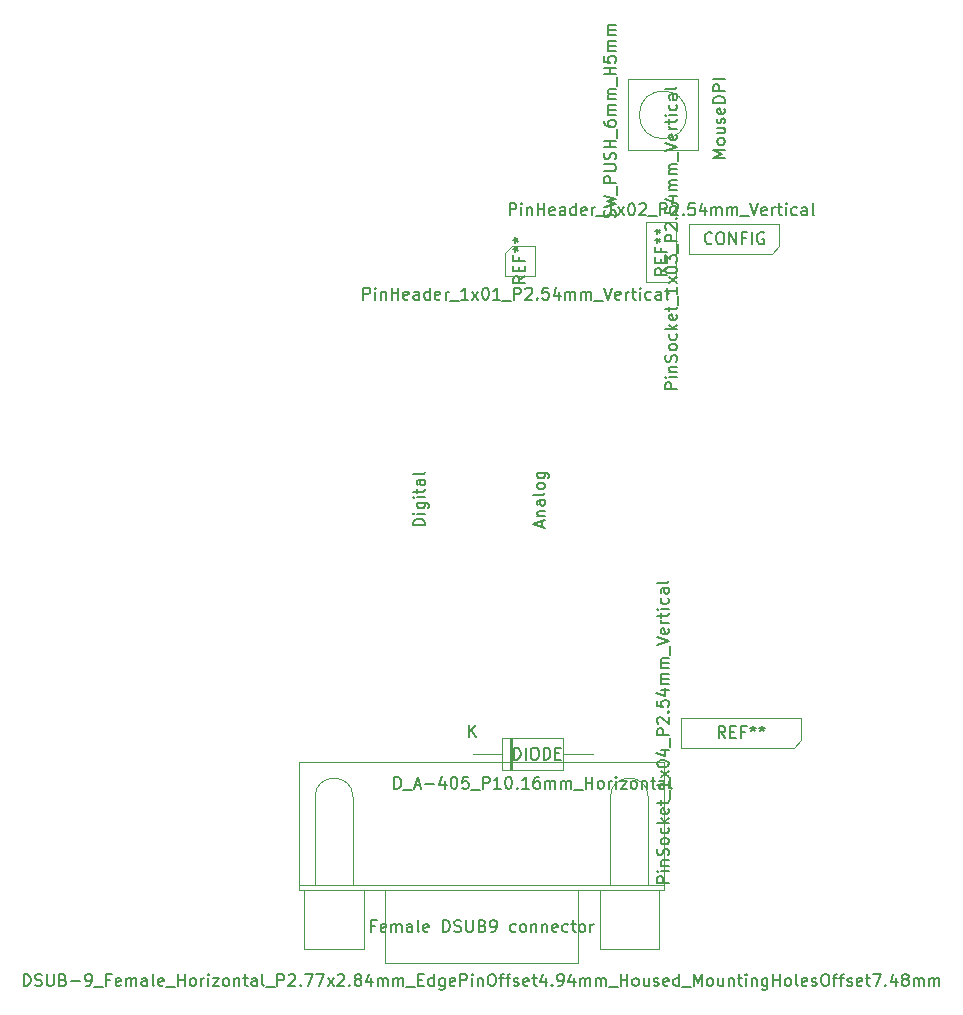
<source format=gbr>
%TF.GenerationSoftware,KiCad,Pcbnew,(6.0.2)*%
%TF.CreationDate,2024-04-06T20:18:03+01:00*%
%TF.ProjectId,amigaps2 revision1.6,616d6967-6170-4733-9220-726576697369,rev?*%
%TF.SameCoordinates,Original*%
%TF.FileFunction,AssemblyDrawing,Top*%
%FSLAX46Y46*%
G04 Gerber Fmt 4.6, Leading zero omitted, Abs format (unit mm)*
G04 Created by KiCad (PCBNEW (6.0.2)) date 2024-04-06 20:18:03*
%MOMM*%
%LPD*%
G01*
G04 APERTURE LIST*
%ADD10C,0.150000*%
%ADD11C,0.100000*%
G04 APERTURE END LIST*
D10*
%TO.C,P1*%
X142438380Y-93630476D02*
X141438380Y-93630476D01*
X141438380Y-93392380D01*
X141486000Y-93249523D01*
X141581238Y-93154285D01*
X141676476Y-93106666D01*
X141866952Y-93059047D01*
X142009809Y-93059047D01*
X142200285Y-93106666D01*
X142295523Y-93154285D01*
X142390761Y-93249523D01*
X142438380Y-93392380D01*
X142438380Y-93630476D01*
X142438380Y-92630476D02*
X141771714Y-92630476D01*
X141438380Y-92630476D02*
X141486000Y-92678095D01*
X141533619Y-92630476D01*
X141486000Y-92582857D01*
X141438380Y-92630476D01*
X141533619Y-92630476D01*
X141771714Y-91725714D02*
X142581238Y-91725714D01*
X142676476Y-91773333D01*
X142724095Y-91820952D01*
X142771714Y-91916190D01*
X142771714Y-92059047D01*
X142724095Y-92154285D01*
X142390761Y-91725714D02*
X142438380Y-91820952D01*
X142438380Y-92011428D01*
X142390761Y-92106666D01*
X142343142Y-92154285D01*
X142247904Y-92201904D01*
X141962190Y-92201904D01*
X141866952Y-92154285D01*
X141819333Y-92106666D01*
X141771714Y-92011428D01*
X141771714Y-91820952D01*
X141819333Y-91725714D01*
X142438380Y-91249523D02*
X141771714Y-91249523D01*
X141438380Y-91249523D02*
X141486000Y-91297142D01*
X141533619Y-91249523D01*
X141486000Y-91201904D01*
X141438380Y-91249523D01*
X141533619Y-91249523D01*
X141771714Y-90916190D02*
X141771714Y-90535238D01*
X141438380Y-90773333D02*
X142295523Y-90773333D01*
X142390761Y-90725714D01*
X142438380Y-90630476D01*
X142438380Y-90535238D01*
X142438380Y-89773333D02*
X141914571Y-89773333D01*
X141819333Y-89820952D01*
X141771714Y-89916190D01*
X141771714Y-90106666D01*
X141819333Y-90201904D01*
X142390761Y-89773333D02*
X142438380Y-89868571D01*
X142438380Y-90106666D01*
X142390761Y-90201904D01*
X142295523Y-90249523D01*
X142200285Y-90249523D01*
X142105047Y-90201904D01*
X142057428Y-90106666D01*
X142057428Y-89868571D01*
X142009809Y-89773333D01*
X142438380Y-89154285D02*
X142390761Y-89249523D01*
X142295523Y-89297142D01*
X141438380Y-89297142D01*
%TO.C,P2*%
X152312666Y-93749523D02*
X152312666Y-93273333D01*
X152598380Y-93844761D02*
X151598380Y-93511428D01*
X152598380Y-93178095D01*
X151931714Y-92844761D02*
X152598380Y-92844761D01*
X152026952Y-92844761D02*
X151979333Y-92797142D01*
X151931714Y-92701904D01*
X151931714Y-92559047D01*
X151979333Y-92463809D01*
X152074571Y-92416190D01*
X152598380Y-92416190D01*
X152598380Y-91511428D02*
X152074571Y-91511428D01*
X151979333Y-91559047D01*
X151931714Y-91654285D01*
X151931714Y-91844761D01*
X151979333Y-91940000D01*
X152550761Y-91511428D02*
X152598380Y-91606666D01*
X152598380Y-91844761D01*
X152550761Y-91940000D01*
X152455523Y-91987619D01*
X152360285Y-91987619D01*
X152265047Y-91940000D01*
X152217428Y-91844761D01*
X152217428Y-91606666D01*
X152169809Y-91511428D01*
X152598380Y-90892380D02*
X152550761Y-90987619D01*
X152455523Y-91035238D01*
X151598380Y-91035238D01*
X152598380Y-90368571D02*
X152550761Y-90463809D01*
X152503142Y-90511428D01*
X152407904Y-90559047D01*
X152122190Y-90559047D01*
X152026952Y-90511428D01*
X151979333Y-90463809D01*
X151931714Y-90368571D01*
X151931714Y-90225714D01*
X151979333Y-90130476D01*
X152026952Y-90082857D01*
X152122190Y-90035238D01*
X152407904Y-90035238D01*
X152503142Y-90082857D01*
X152550761Y-90130476D01*
X152598380Y-90225714D01*
X152598380Y-90368571D01*
X151931714Y-89178095D02*
X152741238Y-89178095D01*
X152836476Y-89225714D01*
X152884095Y-89273333D01*
X152931714Y-89368571D01*
X152931714Y-89511428D01*
X152884095Y-89606666D01*
X152550761Y-89178095D02*
X152598380Y-89273333D01*
X152598380Y-89463809D01*
X152550761Y-89559047D01*
X152503142Y-89606666D01*
X152407904Y-89654285D01*
X152122190Y-89654285D01*
X152026952Y-89606666D01*
X151979333Y-89559047D01*
X151931714Y-89463809D01*
X151931714Y-89273333D01*
X151979333Y-89178095D01*
%TO.C,REF\u002A\u002A*%
X149601257Y-67362780D02*
X149601257Y-66362780D01*
X149982209Y-66362780D01*
X150077447Y-66410400D01*
X150125066Y-66458019D01*
X150172685Y-66553257D01*
X150172685Y-66696114D01*
X150125066Y-66791352D01*
X150077447Y-66838971D01*
X149982209Y-66886590D01*
X149601257Y-66886590D01*
X150601257Y-67362780D02*
X150601257Y-66696114D01*
X150601257Y-66362780D02*
X150553638Y-66410400D01*
X150601257Y-66458019D01*
X150648876Y-66410400D01*
X150601257Y-66362780D01*
X150601257Y-66458019D01*
X151077447Y-66696114D02*
X151077447Y-67362780D01*
X151077447Y-66791352D02*
X151125066Y-66743733D01*
X151220304Y-66696114D01*
X151363161Y-66696114D01*
X151458400Y-66743733D01*
X151506019Y-66838971D01*
X151506019Y-67362780D01*
X151982209Y-67362780D02*
X151982209Y-66362780D01*
X151982209Y-66838971D02*
X152553638Y-66838971D01*
X152553638Y-67362780D02*
X152553638Y-66362780D01*
X153410780Y-67315161D02*
X153315542Y-67362780D01*
X153125066Y-67362780D01*
X153029828Y-67315161D01*
X152982209Y-67219923D01*
X152982209Y-66838971D01*
X153029828Y-66743733D01*
X153125066Y-66696114D01*
X153315542Y-66696114D01*
X153410780Y-66743733D01*
X153458400Y-66838971D01*
X153458400Y-66934209D01*
X152982209Y-67029447D01*
X154315542Y-67362780D02*
X154315542Y-66838971D01*
X154267923Y-66743733D01*
X154172685Y-66696114D01*
X153982209Y-66696114D01*
X153886971Y-66743733D01*
X154315542Y-67315161D02*
X154220304Y-67362780D01*
X153982209Y-67362780D01*
X153886971Y-67315161D01*
X153839352Y-67219923D01*
X153839352Y-67124685D01*
X153886971Y-67029447D01*
X153982209Y-66981828D01*
X154220304Y-66981828D01*
X154315542Y-66934209D01*
X155220304Y-67362780D02*
X155220304Y-66362780D01*
X155220304Y-67315161D02*
X155125066Y-67362780D01*
X154934590Y-67362780D01*
X154839352Y-67315161D01*
X154791733Y-67267542D01*
X154744114Y-67172304D01*
X154744114Y-66886590D01*
X154791733Y-66791352D01*
X154839352Y-66743733D01*
X154934590Y-66696114D01*
X155125066Y-66696114D01*
X155220304Y-66743733D01*
X156077447Y-67315161D02*
X155982209Y-67362780D01*
X155791733Y-67362780D01*
X155696495Y-67315161D01*
X155648876Y-67219923D01*
X155648876Y-66838971D01*
X155696495Y-66743733D01*
X155791733Y-66696114D01*
X155982209Y-66696114D01*
X156077447Y-66743733D01*
X156125066Y-66838971D01*
X156125066Y-66934209D01*
X155648876Y-67029447D01*
X156553638Y-67362780D02*
X156553638Y-66696114D01*
X156553638Y-66886590D02*
X156601257Y-66791352D01*
X156648876Y-66743733D01*
X156744114Y-66696114D01*
X156839352Y-66696114D01*
X156934590Y-67458019D02*
X157696495Y-67458019D01*
X158458400Y-67362780D02*
X157886971Y-67362780D01*
X158172685Y-67362780D02*
X158172685Y-66362780D01*
X158077447Y-66505638D01*
X157982209Y-66600876D01*
X157886971Y-66648495D01*
X158791733Y-67362780D02*
X159315542Y-66696114D01*
X158791733Y-66696114D02*
X159315542Y-67362780D01*
X159886971Y-66362780D02*
X159982209Y-66362780D01*
X160077447Y-66410400D01*
X160125066Y-66458019D01*
X160172685Y-66553257D01*
X160220304Y-66743733D01*
X160220304Y-66981828D01*
X160172685Y-67172304D01*
X160125066Y-67267542D01*
X160077447Y-67315161D01*
X159982209Y-67362780D01*
X159886971Y-67362780D01*
X159791733Y-67315161D01*
X159744114Y-67267542D01*
X159696495Y-67172304D01*
X159648876Y-66981828D01*
X159648876Y-66743733D01*
X159696495Y-66553257D01*
X159744114Y-66458019D01*
X159791733Y-66410400D01*
X159886971Y-66362780D01*
X160601257Y-66458019D02*
X160648876Y-66410400D01*
X160744114Y-66362780D01*
X160982209Y-66362780D01*
X161077447Y-66410400D01*
X161125066Y-66458019D01*
X161172685Y-66553257D01*
X161172685Y-66648495D01*
X161125066Y-66791352D01*
X160553638Y-67362780D01*
X161172685Y-67362780D01*
X161363161Y-67458019D02*
X162125066Y-67458019D01*
X162363161Y-67362780D02*
X162363161Y-66362780D01*
X162744114Y-66362780D01*
X162839352Y-66410400D01*
X162886971Y-66458019D01*
X162934590Y-66553257D01*
X162934590Y-66696114D01*
X162886971Y-66791352D01*
X162839352Y-66838971D01*
X162744114Y-66886590D01*
X162363161Y-66886590D01*
X163315542Y-66458019D02*
X163363161Y-66410400D01*
X163458400Y-66362780D01*
X163696495Y-66362780D01*
X163791733Y-66410400D01*
X163839352Y-66458019D01*
X163886971Y-66553257D01*
X163886971Y-66648495D01*
X163839352Y-66791352D01*
X163267923Y-67362780D01*
X163886971Y-67362780D01*
X164315542Y-67267542D02*
X164363161Y-67315161D01*
X164315542Y-67362780D01*
X164267923Y-67315161D01*
X164315542Y-67267542D01*
X164315542Y-67362780D01*
X165267923Y-66362780D02*
X164791733Y-66362780D01*
X164744114Y-66838971D01*
X164791733Y-66791352D01*
X164886971Y-66743733D01*
X165125066Y-66743733D01*
X165220304Y-66791352D01*
X165267923Y-66838971D01*
X165315542Y-66934209D01*
X165315542Y-67172304D01*
X165267923Y-67267542D01*
X165220304Y-67315161D01*
X165125066Y-67362780D01*
X164886971Y-67362780D01*
X164791733Y-67315161D01*
X164744114Y-67267542D01*
X166172685Y-66696114D02*
X166172685Y-67362780D01*
X165934590Y-66315161D02*
X165696495Y-67029447D01*
X166315542Y-67029447D01*
X166696495Y-67362780D02*
X166696495Y-66696114D01*
X166696495Y-66791352D02*
X166744114Y-66743733D01*
X166839352Y-66696114D01*
X166982209Y-66696114D01*
X167077447Y-66743733D01*
X167125066Y-66838971D01*
X167125066Y-67362780D01*
X167125066Y-66838971D02*
X167172685Y-66743733D01*
X167267923Y-66696114D01*
X167410780Y-66696114D01*
X167506019Y-66743733D01*
X167553638Y-66838971D01*
X167553638Y-67362780D01*
X168029828Y-67362780D02*
X168029828Y-66696114D01*
X168029828Y-66791352D02*
X168077447Y-66743733D01*
X168172685Y-66696114D01*
X168315542Y-66696114D01*
X168410780Y-66743733D01*
X168458400Y-66838971D01*
X168458400Y-67362780D01*
X168458400Y-66838971D02*
X168506019Y-66743733D01*
X168601257Y-66696114D01*
X168744114Y-66696114D01*
X168839352Y-66743733D01*
X168886971Y-66838971D01*
X168886971Y-67362780D01*
X169125066Y-67458019D02*
X169886971Y-67458019D01*
X169982209Y-66362780D02*
X170315542Y-67362780D01*
X170648876Y-66362780D01*
X171363161Y-67315161D02*
X171267923Y-67362780D01*
X171077447Y-67362780D01*
X170982209Y-67315161D01*
X170934590Y-67219923D01*
X170934590Y-66838971D01*
X170982209Y-66743733D01*
X171077447Y-66696114D01*
X171267923Y-66696114D01*
X171363161Y-66743733D01*
X171410780Y-66838971D01*
X171410780Y-66934209D01*
X170934590Y-67029447D01*
X171839352Y-67362780D02*
X171839352Y-66696114D01*
X171839352Y-66886590D02*
X171886971Y-66791352D01*
X171934590Y-66743733D01*
X172029828Y-66696114D01*
X172125066Y-66696114D01*
X172315542Y-66696114D02*
X172696495Y-66696114D01*
X172458400Y-66362780D02*
X172458400Y-67219923D01*
X172506019Y-67315161D01*
X172601257Y-67362780D01*
X172696495Y-67362780D01*
X173029828Y-67362780D02*
X173029828Y-66696114D01*
X173029828Y-66362780D02*
X172982209Y-66410400D01*
X173029828Y-66458019D01*
X173077447Y-66410400D01*
X173029828Y-66362780D01*
X173029828Y-66458019D01*
X173934590Y-67315161D02*
X173839352Y-67362780D01*
X173648876Y-67362780D01*
X173553638Y-67315161D01*
X173506019Y-67267542D01*
X173458400Y-67172304D01*
X173458400Y-66886590D01*
X173506019Y-66791352D01*
X173553638Y-66743733D01*
X173648876Y-66696114D01*
X173839352Y-66696114D01*
X173934590Y-66743733D01*
X174791733Y-67362780D02*
X174791733Y-66838971D01*
X174744114Y-66743733D01*
X174648876Y-66696114D01*
X174458400Y-66696114D01*
X174363161Y-66743733D01*
X174791733Y-67315161D02*
X174696495Y-67362780D01*
X174458400Y-67362780D01*
X174363161Y-67315161D01*
X174315542Y-67219923D01*
X174315542Y-67124685D01*
X174363161Y-67029447D01*
X174458400Y-66981828D01*
X174696495Y-66981828D01*
X174791733Y-66934209D01*
X175410780Y-67362780D02*
X175315542Y-67315161D01*
X175267923Y-67219923D01*
X175267923Y-66362780D01*
X162910780Y-71843733D02*
X162434590Y-72177066D01*
X162910780Y-72415161D02*
X161910780Y-72415161D01*
X161910780Y-72034209D01*
X161958400Y-71938971D01*
X162006019Y-71891352D01*
X162101257Y-71843733D01*
X162244114Y-71843733D01*
X162339352Y-71891352D01*
X162386971Y-71938971D01*
X162434590Y-72034209D01*
X162434590Y-72415161D01*
X162386971Y-71415161D02*
X162386971Y-71081828D01*
X162910780Y-70938971D02*
X162910780Y-71415161D01*
X161910780Y-71415161D01*
X161910780Y-70938971D01*
X162386971Y-70177066D02*
X162386971Y-70510400D01*
X162910780Y-70510400D02*
X161910780Y-70510400D01*
X161910780Y-70034209D01*
X161910780Y-69510400D02*
X162148876Y-69510400D01*
X162053638Y-69748495D02*
X162148876Y-69510400D01*
X162053638Y-69272304D01*
X162339352Y-69653257D02*
X162148876Y-69510400D01*
X162339352Y-69367542D01*
X161910780Y-68748495D02*
X162148876Y-68748495D01*
X162053638Y-68986590D02*
X162148876Y-68748495D01*
X162053638Y-68510400D01*
X162339352Y-68891352D02*
X162148876Y-68748495D01*
X162339352Y-68605638D01*
%TO.C,CONFIG*%
X163783380Y-82105095D02*
X162783380Y-82105095D01*
X162783380Y-81724142D01*
X162831000Y-81628904D01*
X162878619Y-81581285D01*
X162973857Y-81533666D01*
X163116714Y-81533666D01*
X163211952Y-81581285D01*
X163259571Y-81628904D01*
X163307190Y-81724142D01*
X163307190Y-82105095D01*
X163783380Y-81105095D02*
X163116714Y-81105095D01*
X162783380Y-81105095D02*
X162831000Y-81152714D01*
X162878619Y-81105095D01*
X162831000Y-81057476D01*
X162783380Y-81105095D01*
X162878619Y-81105095D01*
X163116714Y-80628904D02*
X163783380Y-80628904D01*
X163211952Y-80628904D02*
X163164333Y-80581285D01*
X163116714Y-80486047D01*
X163116714Y-80343190D01*
X163164333Y-80247952D01*
X163259571Y-80200333D01*
X163783380Y-80200333D01*
X163735761Y-79771761D02*
X163783380Y-79628904D01*
X163783380Y-79390809D01*
X163735761Y-79295571D01*
X163688142Y-79247952D01*
X163592904Y-79200333D01*
X163497666Y-79200333D01*
X163402428Y-79247952D01*
X163354809Y-79295571D01*
X163307190Y-79390809D01*
X163259571Y-79581285D01*
X163211952Y-79676523D01*
X163164333Y-79724142D01*
X163069095Y-79771761D01*
X162973857Y-79771761D01*
X162878619Y-79724142D01*
X162831000Y-79676523D01*
X162783380Y-79581285D01*
X162783380Y-79343190D01*
X162831000Y-79200333D01*
X163783380Y-78628904D02*
X163735761Y-78724142D01*
X163688142Y-78771761D01*
X163592904Y-78819380D01*
X163307190Y-78819380D01*
X163211952Y-78771761D01*
X163164333Y-78724142D01*
X163116714Y-78628904D01*
X163116714Y-78486047D01*
X163164333Y-78390809D01*
X163211952Y-78343190D01*
X163307190Y-78295571D01*
X163592904Y-78295571D01*
X163688142Y-78343190D01*
X163735761Y-78390809D01*
X163783380Y-78486047D01*
X163783380Y-78628904D01*
X163735761Y-77438428D02*
X163783380Y-77533666D01*
X163783380Y-77724142D01*
X163735761Y-77819380D01*
X163688142Y-77867000D01*
X163592904Y-77914619D01*
X163307190Y-77914619D01*
X163211952Y-77867000D01*
X163164333Y-77819380D01*
X163116714Y-77724142D01*
X163116714Y-77533666D01*
X163164333Y-77438428D01*
X163783380Y-77009857D02*
X162783380Y-77009857D01*
X163402428Y-76914619D02*
X163783380Y-76628904D01*
X163116714Y-76628904D02*
X163497666Y-77009857D01*
X163735761Y-75819380D02*
X163783380Y-75914619D01*
X163783380Y-76105095D01*
X163735761Y-76200333D01*
X163640523Y-76247952D01*
X163259571Y-76247952D01*
X163164333Y-76200333D01*
X163116714Y-76105095D01*
X163116714Y-75914619D01*
X163164333Y-75819380D01*
X163259571Y-75771761D01*
X163354809Y-75771761D01*
X163450047Y-76247952D01*
X163116714Y-75486047D02*
X163116714Y-75105095D01*
X162783380Y-75343190D02*
X163640523Y-75343190D01*
X163735761Y-75295571D01*
X163783380Y-75200333D01*
X163783380Y-75105095D01*
X163878619Y-75009857D02*
X163878619Y-74247952D01*
X163783380Y-73486047D02*
X163783380Y-74057476D01*
X163783380Y-73771761D02*
X162783380Y-73771761D01*
X162926238Y-73867000D01*
X163021476Y-73962238D01*
X163069095Y-74057476D01*
X163783380Y-73152714D02*
X163116714Y-72628904D01*
X163116714Y-73152714D02*
X163783380Y-72628904D01*
X162783380Y-72057476D02*
X162783380Y-71962238D01*
X162831000Y-71867000D01*
X162878619Y-71819380D01*
X162973857Y-71771761D01*
X163164333Y-71724142D01*
X163402428Y-71724142D01*
X163592904Y-71771761D01*
X163688142Y-71819380D01*
X163735761Y-71867000D01*
X163783380Y-71962238D01*
X163783380Y-72057476D01*
X163735761Y-72152714D01*
X163688142Y-72200333D01*
X163592904Y-72247952D01*
X163402428Y-72295571D01*
X163164333Y-72295571D01*
X162973857Y-72247952D01*
X162878619Y-72200333D01*
X162831000Y-72152714D01*
X162783380Y-72057476D01*
X162783380Y-71390809D02*
X162783380Y-70771761D01*
X163164333Y-71105095D01*
X163164333Y-70962238D01*
X163211952Y-70867000D01*
X163259571Y-70819380D01*
X163354809Y-70771761D01*
X163592904Y-70771761D01*
X163688142Y-70819380D01*
X163735761Y-70867000D01*
X163783380Y-70962238D01*
X163783380Y-71247952D01*
X163735761Y-71343190D01*
X163688142Y-71390809D01*
X163878619Y-70581285D02*
X163878619Y-69819380D01*
X163783380Y-69581285D02*
X162783380Y-69581285D01*
X162783380Y-69200333D01*
X162831000Y-69105095D01*
X162878619Y-69057476D01*
X162973857Y-69009857D01*
X163116714Y-69009857D01*
X163211952Y-69057476D01*
X163259571Y-69105095D01*
X163307190Y-69200333D01*
X163307190Y-69581285D01*
X162878619Y-68628904D02*
X162831000Y-68581285D01*
X162783380Y-68486047D01*
X162783380Y-68247952D01*
X162831000Y-68152714D01*
X162878619Y-68105095D01*
X162973857Y-68057476D01*
X163069095Y-68057476D01*
X163211952Y-68105095D01*
X163783380Y-68676523D01*
X163783380Y-68057476D01*
X163688142Y-67628904D02*
X163735761Y-67581285D01*
X163783380Y-67628904D01*
X163735761Y-67676523D01*
X163688142Y-67628904D01*
X163783380Y-67628904D01*
X162783380Y-66676523D02*
X162783380Y-67152714D01*
X163259571Y-67200333D01*
X163211952Y-67152714D01*
X163164333Y-67057476D01*
X163164333Y-66819380D01*
X163211952Y-66724142D01*
X163259571Y-66676523D01*
X163354809Y-66628904D01*
X163592904Y-66628904D01*
X163688142Y-66676523D01*
X163735761Y-66724142D01*
X163783380Y-66819380D01*
X163783380Y-67057476D01*
X163735761Y-67152714D01*
X163688142Y-67200333D01*
X163116714Y-65771761D02*
X163783380Y-65771761D01*
X162735761Y-66009857D02*
X163450047Y-66247952D01*
X163450047Y-65628904D01*
X163783380Y-65247952D02*
X163116714Y-65247952D01*
X163211952Y-65247952D02*
X163164333Y-65200333D01*
X163116714Y-65105095D01*
X163116714Y-64962238D01*
X163164333Y-64867000D01*
X163259571Y-64819380D01*
X163783380Y-64819380D01*
X163259571Y-64819380D02*
X163164333Y-64771761D01*
X163116714Y-64676523D01*
X163116714Y-64533666D01*
X163164333Y-64438428D01*
X163259571Y-64390809D01*
X163783380Y-64390809D01*
X163783380Y-63914619D02*
X163116714Y-63914619D01*
X163211952Y-63914619D02*
X163164333Y-63867000D01*
X163116714Y-63771761D01*
X163116714Y-63628904D01*
X163164333Y-63533666D01*
X163259571Y-63486047D01*
X163783380Y-63486047D01*
X163259571Y-63486047D02*
X163164333Y-63438428D01*
X163116714Y-63343190D01*
X163116714Y-63200333D01*
X163164333Y-63105095D01*
X163259571Y-63057476D01*
X163783380Y-63057476D01*
X163878619Y-62819380D02*
X163878619Y-62057476D01*
X162783380Y-61962238D02*
X163783380Y-61628904D01*
X162783380Y-61295571D01*
X163735761Y-60581285D02*
X163783380Y-60676523D01*
X163783380Y-60867000D01*
X163735761Y-60962238D01*
X163640523Y-61009857D01*
X163259571Y-61009857D01*
X163164333Y-60962238D01*
X163116714Y-60867000D01*
X163116714Y-60676523D01*
X163164333Y-60581285D01*
X163259571Y-60533666D01*
X163354809Y-60533666D01*
X163450047Y-61009857D01*
X163783380Y-60105095D02*
X163116714Y-60105095D01*
X163307190Y-60105095D02*
X163211952Y-60057476D01*
X163164333Y-60009857D01*
X163116714Y-59914619D01*
X163116714Y-59819380D01*
X163116714Y-59628904D02*
X163116714Y-59247952D01*
X162783380Y-59486047D02*
X163640523Y-59486047D01*
X163735761Y-59438428D01*
X163783380Y-59343190D01*
X163783380Y-59247952D01*
X163783380Y-58914619D02*
X163116714Y-58914619D01*
X162783380Y-58914619D02*
X162831000Y-58962238D01*
X162878619Y-58914619D01*
X162831000Y-58867000D01*
X162783380Y-58914619D01*
X162878619Y-58914619D01*
X163735761Y-58009857D02*
X163783380Y-58105095D01*
X163783380Y-58295571D01*
X163735761Y-58390809D01*
X163688142Y-58438428D01*
X163592904Y-58486047D01*
X163307190Y-58486047D01*
X163211952Y-58438428D01*
X163164333Y-58390809D01*
X163116714Y-58295571D01*
X163116714Y-58105095D01*
X163164333Y-58009857D01*
X163783380Y-57152714D02*
X163259571Y-57152714D01*
X163164333Y-57200333D01*
X163116714Y-57295571D01*
X163116714Y-57486047D01*
X163164333Y-57581285D01*
X163735761Y-57152714D02*
X163783380Y-57247952D01*
X163783380Y-57486047D01*
X163735761Y-57581285D01*
X163640523Y-57628904D01*
X163545285Y-57628904D01*
X163450047Y-57581285D01*
X163402428Y-57486047D01*
X163402428Y-57247952D01*
X163354809Y-57152714D01*
X163783380Y-56533666D02*
X163735761Y-56628904D01*
X163640523Y-56676523D01*
X162783380Y-56676523D01*
X166736238Y-69724142D02*
X166688619Y-69771761D01*
X166545761Y-69819380D01*
X166450523Y-69819380D01*
X166307666Y-69771761D01*
X166212428Y-69676523D01*
X166164809Y-69581285D01*
X166117190Y-69390809D01*
X166117190Y-69247952D01*
X166164809Y-69057476D01*
X166212428Y-68962238D01*
X166307666Y-68867000D01*
X166450523Y-68819380D01*
X166545761Y-68819380D01*
X166688619Y-68867000D01*
X166736238Y-68914619D01*
X167355285Y-68819380D02*
X167545761Y-68819380D01*
X167641000Y-68867000D01*
X167736238Y-68962238D01*
X167783857Y-69152714D01*
X167783857Y-69486047D01*
X167736238Y-69676523D01*
X167641000Y-69771761D01*
X167545761Y-69819380D01*
X167355285Y-69819380D01*
X167260047Y-69771761D01*
X167164809Y-69676523D01*
X167117190Y-69486047D01*
X167117190Y-69152714D01*
X167164809Y-68962238D01*
X167260047Y-68867000D01*
X167355285Y-68819380D01*
X168212428Y-69819380D02*
X168212428Y-68819380D01*
X168783857Y-69819380D01*
X168783857Y-68819380D01*
X169593380Y-69295571D02*
X169260047Y-69295571D01*
X169260047Y-69819380D02*
X169260047Y-68819380D01*
X169736238Y-68819380D01*
X170117190Y-69819380D02*
X170117190Y-68819380D01*
X171117190Y-68867000D02*
X171021952Y-68819380D01*
X170879095Y-68819380D01*
X170736238Y-68867000D01*
X170641000Y-68962238D01*
X170593380Y-69057476D01*
X170545761Y-69247952D01*
X170545761Y-69390809D01*
X170593380Y-69581285D01*
X170641000Y-69676523D01*
X170736238Y-69771761D01*
X170879095Y-69819380D01*
X170974333Y-69819380D01*
X171117190Y-69771761D01*
X171164809Y-69724142D01*
X171164809Y-69390809D01*
X170974333Y-69390809D01*
%TO.C,Female DSUB9 connector*%
X108479095Y-132634380D02*
X108479095Y-131634380D01*
X108717190Y-131634380D01*
X108860047Y-131682000D01*
X108955285Y-131777238D01*
X109002904Y-131872476D01*
X109050523Y-132062952D01*
X109050523Y-132205809D01*
X109002904Y-132396285D01*
X108955285Y-132491523D01*
X108860047Y-132586761D01*
X108717190Y-132634380D01*
X108479095Y-132634380D01*
X109431476Y-132586761D02*
X109574333Y-132634380D01*
X109812428Y-132634380D01*
X109907666Y-132586761D01*
X109955285Y-132539142D01*
X110002904Y-132443904D01*
X110002904Y-132348666D01*
X109955285Y-132253428D01*
X109907666Y-132205809D01*
X109812428Y-132158190D01*
X109621952Y-132110571D01*
X109526714Y-132062952D01*
X109479095Y-132015333D01*
X109431476Y-131920095D01*
X109431476Y-131824857D01*
X109479095Y-131729619D01*
X109526714Y-131682000D01*
X109621952Y-131634380D01*
X109860047Y-131634380D01*
X110002904Y-131682000D01*
X110431476Y-131634380D02*
X110431476Y-132443904D01*
X110479095Y-132539142D01*
X110526714Y-132586761D01*
X110621952Y-132634380D01*
X110812428Y-132634380D01*
X110907666Y-132586761D01*
X110955285Y-132539142D01*
X111002904Y-132443904D01*
X111002904Y-131634380D01*
X111812428Y-132110571D02*
X111955285Y-132158190D01*
X112002904Y-132205809D01*
X112050523Y-132301047D01*
X112050523Y-132443904D01*
X112002904Y-132539142D01*
X111955285Y-132586761D01*
X111860047Y-132634380D01*
X111479095Y-132634380D01*
X111479095Y-131634380D01*
X111812428Y-131634380D01*
X111907666Y-131682000D01*
X111955285Y-131729619D01*
X112002904Y-131824857D01*
X112002904Y-131920095D01*
X111955285Y-132015333D01*
X111907666Y-132062952D01*
X111812428Y-132110571D01*
X111479095Y-132110571D01*
X112479095Y-132253428D02*
X113241000Y-132253428D01*
X113764809Y-132634380D02*
X113955285Y-132634380D01*
X114050523Y-132586761D01*
X114098142Y-132539142D01*
X114193380Y-132396285D01*
X114241000Y-132205809D01*
X114241000Y-131824857D01*
X114193380Y-131729619D01*
X114145761Y-131682000D01*
X114050523Y-131634380D01*
X113860047Y-131634380D01*
X113764809Y-131682000D01*
X113717190Y-131729619D01*
X113669571Y-131824857D01*
X113669571Y-132062952D01*
X113717190Y-132158190D01*
X113764809Y-132205809D01*
X113860047Y-132253428D01*
X114050523Y-132253428D01*
X114145761Y-132205809D01*
X114193380Y-132158190D01*
X114241000Y-132062952D01*
X114431476Y-132729619D02*
X115193380Y-132729619D01*
X115764809Y-132110571D02*
X115431476Y-132110571D01*
X115431476Y-132634380D02*
X115431476Y-131634380D01*
X115907666Y-131634380D01*
X116669571Y-132586761D02*
X116574333Y-132634380D01*
X116383857Y-132634380D01*
X116288619Y-132586761D01*
X116241000Y-132491523D01*
X116241000Y-132110571D01*
X116288619Y-132015333D01*
X116383857Y-131967714D01*
X116574333Y-131967714D01*
X116669571Y-132015333D01*
X116717190Y-132110571D01*
X116717190Y-132205809D01*
X116241000Y-132301047D01*
X117145761Y-132634380D02*
X117145761Y-131967714D01*
X117145761Y-132062952D02*
X117193380Y-132015333D01*
X117288619Y-131967714D01*
X117431476Y-131967714D01*
X117526714Y-132015333D01*
X117574333Y-132110571D01*
X117574333Y-132634380D01*
X117574333Y-132110571D02*
X117621952Y-132015333D01*
X117717190Y-131967714D01*
X117860047Y-131967714D01*
X117955285Y-132015333D01*
X118002904Y-132110571D01*
X118002904Y-132634380D01*
X118907666Y-132634380D02*
X118907666Y-132110571D01*
X118860047Y-132015333D01*
X118764809Y-131967714D01*
X118574333Y-131967714D01*
X118479095Y-132015333D01*
X118907666Y-132586761D02*
X118812428Y-132634380D01*
X118574333Y-132634380D01*
X118479095Y-132586761D01*
X118431476Y-132491523D01*
X118431476Y-132396285D01*
X118479095Y-132301047D01*
X118574333Y-132253428D01*
X118812428Y-132253428D01*
X118907666Y-132205809D01*
X119526714Y-132634380D02*
X119431476Y-132586761D01*
X119383857Y-132491523D01*
X119383857Y-131634380D01*
X120288619Y-132586761D02*
X120193380Y-132634380D01*
X120002904Y-132634380D01*
X119907666Y-132586761D01*
X119860047Y-132491523D01*
X119860047Y-132110571D01*
X119907666Y-132015333D01*
X120002904Y-131967714D01*
X120193380Y-131967714D01*
X120288619Y-132015333D01*
X120336238Y-132110571D01*
X120336238Y-132205809D01*
X119860047Y-132301047D01*
X120526714Y-132729619D02*
X121288619Y-132729619D01*
X121526714Y-132634380D02*
X121526714Y-131634380D01*
X121526714Y-132110571D02*
X122098142Y-132110571D01*
X122098142Y-132634380D02*
X122098142Y-131634380D01*
X122717190Y-132634380D02*
X122621952Y-132586761D01*
X122574333Y-132539142D01*
X122526714Y-132443904D01*
X122526714Y-132158190D01*
X122574333Y-132062952D01*
X122621952Y-132015333D01*
X122717190Y-131967714D01*
X122860047Y-131967714D01*
X122955285Y-132015333D01*
X123002904Y-132062952D01*
X123050523Y-132158190D01*
X123050523Y-132443904D01*
X123002904Y-132539142D01*
X122955285Y-132586761D01*
X122860047Y-132634380D01*
X122717190Y-132634380D01*
X123479095Y-132634380D02*
X123479095Y-131967714D01*
X123479095Y-132158190D02*
X123526714Y-132062952D01*
X123574333Y-132015333D01*
X123669571Y-131967714D01*
X123764809Y-131967714D01*
X124098142Y-132634380D02*
X124098142Y-131967714D01*
X124098142Y-131634380D02*
X124050523Y-131682000D01*
X124098142Y-131729619D01*
X124145761Y-131682000D01*
X124098142Y-131634380D01*
X124098142Y-131729619D01*
X124479095Y-131967714D02*
X125002904Y-131967714D01*
X124479095Y-132634380D01*
X125002904Y-132634380D01*
X125526714Y-132634380D02*
X125431476Y-132586761D01*
X125383857Y-132539142D01*
X125336238Y-132443904D01*
X125336238Y-132158190D01*
X125383857Y-132062952D01*
X125431476Y-132015333D01*
X125526714Y-131967714D01*
X125669571Y-131967714D01*
X125764809Y-132015333D01*
X125812428Y-132062952D01*
X125860047Y-132158190D01*
X125860047Y-132443904D01*
X125812428Y-132539142D01*
X125764809Y-132586761D01*
X125669571Y-132634380D01*
X125526714Y-132634380D01*
X126288619Y-131967714D02*
X126288619Y-132634380D01*
X126288619Y-132062952D02*
X126336238Y-132015333D01*
X126431476Y-131967714D01*
X126574333Y-131967714D01*
X126669571Y-132015333D01*
X126717190Y-132110571D01*
X126717190Y-132634380D01*
X127050523Y-131967714D02*
X127431476Y-131967714D01*
X127193380Y-131634380D02*
X127193380Y-132491523D01*
X127241000Y-132586761D01*
X127336238Y-132634380D01*
X127431476Y-132634380D01*
X128193380Y-132634380D02*
X128193380Y-132110571D01*
X128145761Y-132015333D01*
X128050523Y-131967714D01*
X127860047Y-131967714D01*
X127764809Y-132015333D01*
X128193380Y-132586761D02*
X128098142Y-132634380D01*
X127860047Y-132634380D01*
X127764809Y-132586761D01*
X127717190Y-132491523D01*
X127717190Y-132396285D01*
X127764809Y-132301047D01*
X127860047Y-132253428D01*
X128098142Y-132253428D01*
X128193380Y-132205809D01*
X128812428Y-132634380D02*
X128717190Y-132586761D01*
X128669571Y-132491523D01*
X128669571Y-131634380D01*
X128955285Y-132729619D02*
X129717190Y-132729619D01*
X129955285Y-132634380D02*
X129955285Y-131634380D01*
X130336238Y-131634380D01*
X130431476Y-131682000D01*
X130479095Y-131729619D01*
X130526714Y-131824857D01*
X130526714Y-131967714D01*
X130479095Y-132062952D01*
X130431476Y-132110571D01*
X130336238Y-132158190D01*
X129955285Y-132158190D01*
X130907666Y-131729619D02*
X130955285Y-131682000D01*
X131050523Y-131634380D01*
X131288619Y-131634380D01*
X131383857Y-131682000D01*
X131431476Y-131729619D01*
X131479095Y-131824857D01*
X131479095Y-131920095D01*
X131431476Y-132062952D01*
X130860047Y-132634380D01*
X131479095Y-132634380D01*
X131907666Y-132539142D02*
X131955285Y-132586761D01*
X131907666Y-132634380D01*
X131860047Y-132586761D01*
X131907666Y-132539142D01*
X131907666Y-132634380D01*
X132288619Y-131634380D02*
X132955285Y-131634380D01*
X132526714Y-132634380D01*
X133241000Y-131634380D02*
X133907666Y-131634380D01*
X133479095Y-132634380D01*
X134193380Y-132634380D02*
X134717190Y-131967714D01*
X134193380Y-131967714D02*
X134717190Y-132634380D01*
X135050523Y-131729619D02*
X135098142Y-131682000D01*
X135193380Y-131634380D01*
X135431476Y-131634380D01*
X135526714Y-131682000D01*
X135574333Y-131729619D01*
X135621952Y-131824857D01*
X135621952Y-131920095D01*
X135574333Y-132062952D01*
X135002904Y-132634380D01*
X135621952Y-132634380D01*
X136050523Y-132539142D02*
X136098142Y-132586761D01*
X136050523Y-132634380D01*
X136002904Y-132586761D01*
X136050523Y-132539142D01*
X136050523Y-132634380D01*
X136669571Y-132062952D02*
X136574333Y-132015333D01*
X136526714Y-131967714D01*
X136479095Y-131872476D01*
X136479095Y-131824857D01*
X136526714Y-131729619D01*
X136574333Y-131682000D01*
X136669571Y-131634380D01*
X136860047Y-131634380D01*
X136955285Y-131682000D01*
X137002904Y-131729619D01*
X137050523Y-131824857D01*
X137050523Y-131872476D01*
X137002904Y-131967714D01*
X136955285Y-132015333D01*
X136860047Y-132062952D01*
X136669571Y-132062952D01*
X136574333Y-132110571D01*
X136526714Y-132158190D01*
X136479095Y-132253428D01*
X136479095Y-132443904D01*
X136526714Y-132539142D01*
X136574333Y-132586761D01*
X136669571Y-132634380D01*
X136860047Y-132634380D01*
X136955285Y-132586761D01*
X137002904Y-132539142D01*
X137050523Y-132443904D01*
X137050523Y-132253428D01*
X137002904Y-132158190D01*
X136955285Y-132110571D01*
X136860047Y-132062952D01*
X137907666Y-131967714D02*
X137907666Y-132634380D01*
X137669571Y-131586761D02*
X137431476Y-132301047D01*
X138050523Y-132301047D01*
X138431476Y-132634380D02*
X138431476Y-131967714D01*
X138431476Y-132062952D02*
X138479095Y-132015333D01*
X138574333Y-131967714D01*
X138717190Y-131967714D01*
X138812428Y-132015333D01*
X138860047Y-132110571D01*
X138860047Y-132634380D01*
X138860047Y-132110571D02*
X138907666Y-132015333D01*
X139002904Y-131967714D01*
X139145761Y-131967714D01*
X139241000Y-132015333D01*
X139288619Y-132110571D01*
X139288619Y-132634380D01*
X139764809Y-132634380D02*
X139764809Y-131967714D01*
X139764809Y-132062952D02*
X139812428Y-132015333D01*
X139907666Y-131967714D01*
X140050523Y-131967714D01*
X140145761Y-132015333D01*
X140193380Y-132110571D01*
X140193380Y-132634380D01*
X140193380Y-132110571D02*
X140241000Y-132015333D01*
X140336238Y-131967714D01*
X140479095Y-131967714D01*
X140574333Y-132015333D01*
X140621952Y-132110571D01*
X140621952Y-132634380D01*
X140860047Y-132729619D02*
X141621952Y-132729619D01*
X141860047Y-132110571D02*
X142193380Y-132110571D01*
X142336238Y-132634380D02*
X141860047Y-132634380D01*
X141860047Y-131634380D01*
X142336238Y-131634380D01*
X143193380Y-132634380D02*
X143193380Y-131634380D01*
X143193380Y-132586761D02*
X143098142Y-132634380D01*
X142907666Y-132634380D01*
X142812428Y-132586761D01*
X142764809Y-132539142D01*
X142717190Y-132443904D01*
X142717190Y-132158190D01*
X142764809Y-132062952D01*
X142812428Y-132015333D01*
X142907666Y-131967714D01*
X143098142Y-131967714D01*
X143193380Y-132015333D01*
X144098142Y-131967714D02*
X144098142Y-132777238D01*
X144050523Y-132872476D01*
X144002904Y-132920095D01*
X143907666Y-132967714D01*
X143764809Y-132967714D01*
X143669571Y-132920095D01*
X144098142Y-132586761D02*
X144002904Y-132634380D01*
X143812428Y-132634380D01*
X143717190Y-132586761D01*
X143669571Y-132539142D01*
X143621952Y-132443904D01*
X143621952Y-132158190D01*
X143669571Y-132062952D01*
X143717190Y-132015333D01*
X143812428Y-131967714D01*
X144002904Y-131967714D01*
X144098142Y-132015333D01*
X144955285Y-132586761D02*
X144860047Y-132634380D01*
X144669571Y-132634380D01*
X144574333Y-132586761D01*
X144526714Y-132491523D01*
X144526714Y-132110571D01*
X144574333Y-132015333D01*
X144669571Y-131967714D01*
X144860047Y-131967714D01*
X144955285Y-132015333D01*
X145002904Y-132110571D01*
X145002904Y-132205809D01*
X144526714Y-132301047D01*
X145431476Y-132634380D02*
X145431476Y-131634380D01*
X145812428Y-131634380D01*
X145907666Y-131682000D01*
X145955285Y-131729619D01*
X146002904Y-131824857D01*
X146002904Y-131967714D01*
X145955285Y-132062952D01*
X145907666Y-132110571D01*
X145812428Y-132158190D01*
X145431476Y-132158190D01*
X146431476Y-132634380D02*
X146431476Y-131967714D01*
X146431476Y-131634380D02*
X146383857Y-131682000D01*
X146431476Y-131729619D01*
X146479095Y-131682000D01*
X146431476Y-131634380D01*
X146431476Y-131729619D01*
X146907666Y-131967714D02*
X146907666Y-132634380D01*
X146907666Y-132062952D02*
X146955285Y-132015333D01*
X147050523Y-131967714D01*
X147193380Y-131967714D01*
X147288619Y-132015333D01*
X147336238Y-132110571D01*
X147336238Y-132634380D01*
X148002904Y-131634380D02*
X148193380Y-131634380D01*
X148288619Y-131682000D01*
X148383857Y-131777238D01*
X148431476Y-131967714D01*
X148431476Y-132301047D01*
X148383857Y-132491523D01*
X148288619Y-132586761D01*
X148193380Y-132634380D01*
X148002904Y-132634380D01*
X147907666Y-132586761D01*
X147812428Y-132491523D01*
X147764809Y-132301047D01*
X147764809Y-131967714D01*
X147812428Y-131777238D01*
X147907666Y-131682000D01*
X148002904Y-131634380D01*
X148717190Y-131967714D02*
X149098142Y-131967714D01*
X148860047Y-132634380D02*
X148860047Y-131777238D01*
X148907666Y-131682000D01*
X149002904Y-131634380D01*
X149098142Y-131634380D01*
X149288619Y-131967714D02*
X149669571Y-131967714D01*
X149431476Y-132634380D02*
X149431476Y-131777238D01*
X149479095Y-131682000D01*
X149574333Y-131634380D01*
X149669571Y-131634380D01*
X149955285Y-132586761D02*
X150050523Y-132634380D01*
X150241000Y-132634380D01*
X150336238Y-132586761D01*
X150383857Y-132491523D01*
X150383857Y-132443904D01*
X150336238Y-132348666D01*
X150241000Y-132301047D01*
X150098142Y-132301047D01*
X150002904Y-132253428D01*
X149955285Y-132158190D01*
X149955285Y-132110571D01*
X150002904Y-132015333D01*
X150098142Y-131967714D01*
X150241000Y-131967714D01*
X150336238Y-132015333D01*
X151193380Y-132586761D02*
X151098142Y-132634380D01*
X150907666Y-132634380D01*
X150812428Y-132586761D01*
X150764809Y-132491523D01*
X150764809Y-132110571D01*
X150812428Y-132015333D01*
X150907666Y-131967714D01*
X151098142Y-131967714D01*
X151193380Y-132015333D01*
X151241000Y-132110571D01*
X151241000Y-132205809D01*
X150764809Y-132301047D01*
X151526714Y-131967714D02*
X151907666Y-131967714D01*
X151669571Y-131634380D02*
X151669571Y-132491523D01*
X151717190Y-132586761D01*
X151812428Y-132634380D01*
X151907666Y-132634380D01*
X152669571Y-131967714D02*
X152669571Y-132634380D01*
X152431476Y-131586761D02*
X152193380Y-132301047D01*
X152812428Y-132301047D01*
X153193380Y-132539142D02*
X153241000Y-132586761D01*
X153193380Y-132634380D01*
X153145761Y-132586761D01*
X153193380Y-132539142D01*
X153193380Y-132634380D01*
X153717190Y-132634380D02*
X153907666Y-132634380D01*
X154002904Y-132586761D01*
X154050523Y-132539142D01*
X154145761Y-132396285D01*
X154193380Y-132205809D01*
X154193380Y-131824857D01*
X154145761Y-131729619D01*
X154098142Y-131682000D01*
X154002904Y-131634380D01*
X153812428Y-131634380D01*
X153717190Y-131682000D01*
X153669571Y-131729619D01*
X153621952Y-131824857D01*
X153621952Y-132062952D01*
X153669571Y-132158190D01*
X153717190Y-132205809D01*
X153812428Y-132253428D01*
X154002904Y-132253428D01*
X154098142Y-132205809D01*
X154145761Y-132158190D01*
X154193380Y-132062952D01*
X155050523Y-131967714D02*
X155050523Y-132634380D01*
X154812428Y-131586761D02*
X154574333Y-132301047D01*
X155193380Y-132301047D01*
X155574333Y-132634380D02*
X155574333Y-131967714D01*
X155574333Y-132062952D02*
X155621952Y-132015333D01*
X155717190Y-131967714D01*
X155860047Y-131967714D01*
X155955285Y-132015333D01*
X156002904Y-132110571D01*
X156002904Y-132634380D01*
X156002904Y-132110571D02*
X156050523Y-132015333D01*
X156145761Y-131967714D01*
X156288619Y-131967714D01*
X156383857Y-132015333D01*
X156431476Y-132110571D01*
X156431476Y-132634380D01*
X156907666Y-132634380D02*
X156907666Y-131967714D01*
X156907666Y-132062952D02*
X156955285Y-132015333D01*
X157050523Y-131967714D01*
X157193380Y-131967714D01*
X157288619Y-132015333D01*
X157336238Y-132110571D01*
X157336238Y-132634380D01*
X157336238Y-132110571D02*
X157383857Y-132015333D01*
X157479095Y-131967714D01*
X157621952Y-131967714D01*
X157717190Y-132015333D01*
X157764809Y-132110571D01*
X157764809Y-132634380D01*
X158002904Y-132729619D02*
X158764809Y-132729619D01*
X159002904Y-132634380D02*
X159002904Y-131634380D01*
X159002904Y-132110571D02*
X159574333Y-132110571D01*
X159574333Y-132634380D02*
X159574333Y-131634380D01*
X160193380Y-132634380D02*
X160098142Y-132586761D01*
X160050523Y-132539142D01*
X160002904Y-132443904D01*
X160002904Y-132158190D01*
X160050523Y-132062952D01*
X160098142Y-132015333D01*
X160193380Y-131967714D01*
X160336238Y-131967714D01*
X160431476Y-132015333D01*
X160479095Y-132062952D01*
X160526714Y-132158190D01*
X160526714Y-132443904D01*
X160479095Y-132539142D01*
X160431476Y-132586761D01*
X160336238Y-132634380D01*
X160193380Y-132634380D01*
X161383857Y-131967714D02*
X161383857Y-132634380D01*
X160955285Y-131967714D02*
X160955285Y-132491523D01*
X161002904Y-132586761D01*
X161098142Y-132634380D01*
X161241000Y-132634380D01*
X161336238Y-132586761D01*
X161383857Y-132539142D01*
X161812428Y-132586761D02*
X161907666Y-132634380D01*
X162098142Y-132634380D01*
X162193380Y-132586761D01*
X162241000Y-132491523D01*
X162241000Y-132443904D01*
X162193380Y-132348666D01*
X162098142Y-132301047D01*
X161955285Y-132301047D01*
X161860047Y-132253428D01*
X161812428Y-132158190D01*
X161812428Y-132110571D01*
X161860047Y-132015333D01*
X161955285Y-131967714D01*
X162098142Y-131967714D01*
X162193380Y-132015333D01*
X163050523Y-132586761D02*
X162955285Y-132634380D01*
X162764809Y-132634380D01*
X162669571Y-132586761D01*
X162621952Y-132491523D01*
X162621952Y-132110571D01*
X162669571Y-132015333D01*
X162764809Y-131967714D01*
X162955285Y-131967714D01*
X163050523Y-132015333D01*
X163098142Y-132110571D01*
X163098142Y-132205809D01*
X162621952Y-132301047D01*
X163955285Y-132634380D02*
X163955285Y-131634380D01*
X163955285Y-132586761D02*
X163860047Y-132634380D01*
X163669571Y-132634380D01*
X163574333Y-132586761D01*
X163526714Y-132539142D01*
X163479095Y-132443904D01*
X163479095Y-132158190D01*
X163526714Y-132062952D01*
X163574333Y-132015333D01*
X163669571Y-131967714D01*
X163860047Y-131967714D01*
X163955285Y-132015333D01*
X164193380Y-132729619D02*
X164955285Y-132729619D01*
X165193380Y-132634380D02*
X165193380Y-131634380D01*
X165526714Y-132348666D01*
X165860047Y-131634380D01*
X165860047Y-132634380D01*
X166479095Y-132634380D02*
X166383857Y-132586761D01*
X166336238Y-132539142D01*
X166288619Y-132443904D01*
X166288619Y-132158190D01*
X166336238Y-132062952D01*
X166383857Y-132015333D01*
X166479095Y-131967714D01*
X166621952Y-131967714D01*
X166717190Y-132015333D01*
X166764809Y-132062952D01*
X166812428Y-132158190D01*
X166812428Y-132443904D01*
X166764809Y-132539142D01*
X166717190Y-132586761D01*
X166621952Y-132634380D01*
X166479095Y-132634380D01*
X167669571Y-131967714D02*
X167669571Y-132634380D01*
X167241000Y-131967714D02*
X167241000Y-132491523D01*
X167288619Y-132586761D01*
X167383857Y-132634380D01*
X167526714Y-132634380D01*
X167621952Y-132586761D01*
X167669571Y-132539142D01*
X168145761Y-131967714D02*
X168145761Y-132634380D01*
X168145761Y-132062952D02*
X168193380Y-132015333D01*
X168288619Y-131967714D01*
X168431476Y-131967714D01*
X168526714Y-132015333D01*
X168574333Y-132110571D01*
X168574333Y-132634380D01*
X168907666Y-131967714D02*
X169288619Y-131967714D01*
X169050523Y-131634380D02*
X169050523Y-132491523D01*
X169098142Y-132586761D01*
X169193380Y-132634380D01*
X169288619Y-132634380D01*
X169621952Y-132634380D02*
X169621952Y-131967714D01*
X169621952Y-131634380D02*
X169574333Y-131682000D01*
X169621952Y-131729619D01*
X169669571Y-131682000D01*
X169621952Y-131634380D01*
X169621952Y-131729619D01*
X170098142Y-131967714D02*
X170098142Y-132634380D01*
X170098142Y-132062952D02*
X170145761Y-132015333D01*
X170241000Y-131967714D01*
X170383857Y-131967714D01*
X170479095Y-132015333D01*
X170526714Y-132110571D01*
X170526714Y-132634380D01*
X171431476Y-131967714D02*
X171431476Y-132777238D01*
X171383857Y-132872476D01*
X171336238Y-132920095D01*
X171241000Y-132967714D01*
X171098142Y-132967714D01*
X171002904Y-132920095D01*
X171431476Y-132586761D02*
X171336238Y-132634380D01*
X171145761Y-132634380D01*
X171050523Y-132586761D01*
X171002904Y-132539142D01*
X170955285Y-132443904D01*
X170955285Y-132158190D01*
X171002904Y-132062952D01*
X171050523Y-132015333D01*
X171145761Y-131967714D01*
X171336238Y-131967714D01*
X171431476Y-132015333D01*
X171907666Y-132634380D02*
X171907666Y-131634380D01*
X171907666Y-132110571D02*
X172479095Y-132110571D01*
X172479095Y-132634380D02*
X172479095Y-131634380D01*
X173098142Y-132634380D02*
X173002904Y-132586761D01*
X172955285Y-132539142D01*
X172907666Y-132443904D01*
X172907666Y-132158190D01*
X172955285Y-132062952D01*
X173002904Y-132015333D01*
X173098142Y-131967714D01*
X173241000Y-131967714D01*
X173336238Y-132015333D01*
X173383857Y-132062952D01*
X173431476Y-132158190D01*
X173431476Y-132443904D01*
X173383857Y-132539142D01*
X173336238Y-132586761D01*
X173241000Y-132634380D01*
X173098142Y-132634380D01*
X174002904Y-132634380D02*
X173907666Y-132586761D01*
X173860047Y-132491523D01*
X173860047Y-131634380D01*
X174764809Y-132586761D02*
X174669571Y-132634380D01*
X174479095Y-132634380D01*
X174383857Y-132586761D01*
X174336238Y-132491523D01*
X174336238Y-132110571D01*
X174383857Y-132015333D01*
X174479095Y-131967714D01*
X174669571Y-131967714D01*
X174764809Y-132015333D01*
X174812428Y-132110571D01*
X174812428Y-132205809D01*
X174336238Y-132301047D01*
X175193380Y-132586761D02*
X175288619Y-132634380D01*
X175479095Y-132634380D01*
X175574333Y-132586761D01*
X175621952Y-132491523D01*
X175621952Y-132443904D01*
X175574333Y-132348666D01*
X175479095Y-132301047D01*
X175336238Y-132301047D01*
X175241000Y-132253428D01*
X175193380Y-132158190D01*
X175193380Y-132110571D01*
X175241000Y-132015333D01*
X175336238Y-131967714D01*
X175479095Y-131967714D01*
X175574333Y-132015333D01*
X176241000Y-131634380D02*
X176431476Y-131634380D01*
X176526714Y-131682000D01*
X176621952Y-131777238D01*
X176669571Y-131967714D01*
X176669571Y-132301047D01*
X176621952Y-132491523D01*
X176526714Y-132586761D01*
X176431476Y-132634380D01*
X176241000Y-132634380D01*
X176145761Y-132586761D01*
X176050523Y-132491523D01*
X176002904Y-132301047D01*
X176002904Y-131967714D01*
X176050523Y-131777238D01*
X176145761Y-131682000D01*
X176241000Y-131634380D01*
X176955285Y-131967714D02*
X177336238Y-131967714D01*
X177098142Y-132634380D02*
X177098142Y-131777238D01*
X177145761Y-131682000D01*
X177241000Y-131634380D01*
X177336238Y-131634380D01*
X177526714Y-131967714D02*
X177907666Y-131967714D01*
X177669571Y-132634380D02*
X177669571Y-131777238D01*
X177717190Y-131682000D01*
X177812428Y-131634380D01*
X177907666Y-131634380D01*
X178193380Y-132586761D02*
X178288619Y-132634380D01*
X178479095Y-132634380D01*
X178574333Y-132586761D01*
X178621952Y-132491523D01*
X178621952Y-132443904D01*
X178574333Y-132348666D01*
X178479095Y-132301047D01*
X178336238Y-132301047D01*
X178241000Y-132253428D01*
X178193380Y-132158190D01*
X178193380Y-132110571D01*
X178241000Y-132015333D01*
X178336238Y-131967714D01*
X178479095Y-131967714D01*
X178574333Y-132015333D01*
X179431476Y-132586761D02*
X179336238Y-132634380D01*
X179145761Y-132634380D01*
X179050523Y-132586761D01*
X179002904Y-132491523D01*
X179002904Y-132110571D01*
X179050523Y-132015333D01*
X179145761Y-131967714D01*
X179336238Y-131967714D01*
X179431476Y-132015333D01*
X179479095Y-132110571D01*
X179479095Y-132205809D01*
X179002904Y-132301047D01*
X179764809Y-131967714D02*
X180145761Y-131967714D01*
X179907666Y-131634380D02*
X179907666Y-132491523D01*
X179955285Y-132586761D01*
X180050523Y-132634380D01*
X180145761Y-132634380D01*
X180383857Y-131634380D02*
X181050523Y-131634380D01*
X180621952Y-132634380D01*
X181431476Y-132539142D02*
X181479095Y-132586761D01*
X181431476Y-132634380D01*
X181383857Y-132586761D01*
X181431476Y-132539142D01*
X181431476Y-132634380D01*
X182336238Y-131967714D02*
X182336238Y-132634380D01*
X182098142Y-131586761D02*
X181860047Y-132301047D01*
X182479095Y-132301047D01*
X183002904Y-132062952D02*
X182907666Y-132015333D01*
X182860047Y-131967714D01*
X182812428Y-131872476D01*
X182812428Y-131824857D01*
X182860047Y-131729619D01*
X182907666Y-131682000D01*
X183002904Y-131634380D01*
X183193380Y-131634380D01*
X183288619Y-131682000D01*
X183336238Y-131729619D01*
X183383857Y-131824857D01*
X183383857Y-131872476D01*
X183336238Y-131967714D01*
X183288619Y-132015333D01*
X183193380Y-132062952D01*
X183002904Y-132062952D01*
X182907666Y-132110571D01*
X182860047Y-132158190D01*
X182812428Y-132253428D01*
X182812428Y-132443904D01*
X182860047Y-132539142D01*
X182907666Y-132586761D01*
X183002904Y-132634380D01*
X183193380Y-132634380D01*
X183288619Y-132586761D01*
X183336238Y-132539142D01*
X183383857Y-132443904D01*
X183383857Y-132253428D01*
X183336238Y-132158190D01*
X183288619Y-132110571D01*
X183193380Y-132062952D01*
X183812428Y-132634380D02*
X183812428Y-131967714D01*
X183812428Y-132062952D02*
X183860047Y-132015333D01*
X183955285Y-131967714D01*
X184098142Y-131967714D01*
X184193380Y-132015333D01*
X184241000Y-132110571D01*
X184241000Y-132634380D01*
X184241000Y-132110571D02*
X184288619Y-132015333D01*
X184383857Y-131967714D01*
X184526714Y-131967714D01*
X184621952Y-132015333D01*
X184669571Y-132110571D01*
X184669571Y-132634380D01*
X185145761Y-132634380D02*
X185145761Y-131967714D01*
X185145761Y-132062952D02*
X185193380Y-132015333D01*
X185288619Y-131967714D01*
X185431476Y-131967714D01*
X185526714Y-132015333D01*
X185574333Y-132110571D01*
X185574333Y-132634380D01*
X185574333Y-132110571D02*
X185621952Y-132015333D01*
X185717190Y-131967714D01*
X185860047Y-131967714D01*
X185955285Y-132015333D01*
X186002904Y-132110571D01*
X186002904Y-132634380D01*
X138217190Y-127525571D02*
X137883857Y-127525571D01*
X137883857Y-128049380D02*
X137883857Y-127049380D01*
X138360047Y-127049380D01*
X139121952Y-128001761D02*
X139026714Y-128049380D01*
X138836238Y-128049380D01*
X138741000Y-128001761D01*
X138693380Y-127906523D01*
X138693380Y-127525571D01*
X138741000Y-127430333D01*
X138836238Y-127382714D01*
X139026714Y-127382714D01*
X139121952Y-127430333D01*
X139169571Y-127525571D01*
X139169571Y-127620809D01*
X138693380Y-127716047D01*
X139598142Y-128049380D02*
X139598142Y-127382714D01*
X139598142Y-127477952D02*
X139645761Y-127430333D01*
X139741000Y-127382714D01*
X139883857Y-127382714D01*
X139979095Y-127430333D01*
X140026714Y-127525571D01*
X140026714Y-128049380D01*
X140026714Y-127525571D02*
X140074333Y-127430333D01*
X140169571Y-127382714D01*
X140312428Y-127382714D01*
X140407666Y-127430333D01*
X140455285Y-127525571D01*
X140455285Y-128049380D01*
X141360047Y-128049380D02*
X141360047Y-127525571D01*
X141312428Y-127430333D01*
X141217190Y-127382714D01*
X141026714Y-127382714D01*
X140931476Y-127430333D01*
X141360047Y-128001761D02*
X141264809Y-128049380D01*
X141026714Y-128049380D01*
X140931476Y-128001761D01*
X140883857Y-127906523D01*
X140883857Y-127811285D01*
X140931476Y-127716047D01*
X141026714Y-127668428D01*
X141264809Y-127668428D01*
X141360047Y-127620809D01*
X141979095Y-128049380D02*
X141883857Y-128001761D01*
X141836238Y-127906523D01*
X141836238Y-127049380D01*
X142741000Y-128001761D02*
X142645761Y-128049380D01*
X142455285Y-128049380D01*
X142360047Y-128001761D01*
X142312428Y-127906523D01*
X142312428Y-127525571D01*
X142360047Y-127430333D01*
X142455285Y-127382714D01*
X142645761Y-127382714D01*
X142741000Y-127430333D01*
X142788619Y-127525571D01*
X142788619Y-127620809D01*
X142312428Y-127716047D01*
X143979095Y-128049380D02*
X143979095Y-127049380D01*
X144217190Y-127049380D01*
X144360047Y-127097000D01*
X144455285Y-127192238D01*
X144502904Y-127287476D01*
X144550523Y-127477952D01*
X144550523Y-127620809D01*
X144502904Y-127811285D01*
X144455285Y-127906523D01*
X144360047Y-128001761D01*
X144217190Y-128049380D01*
X143979095Y-128049380D01*
X144931476Y-128001761D02*
X145074333Y-128049380D01*
X145312428Y-128049380D01*
X145407666Y-128001761D01*
X145455285Y-127954142D01*
X145502904Y-127858904D01*
X145502904Y-127763666D01*
X145455285Y-127668428D01*
X145407666Y-127620809D01*
X145312428Y-127573190D01*
X145121952Y-127525571D01*
X145026714Y-127477952D01*
X144979095Y-127430333D01*
X144931476Y-127335095D01*
X144931476Y-127239857D01*
X144979095Y-127144619D01*
X145026714Y-127097000D01*
X145121952Y-127049380D01*
X145360047Y-127049380D01*
X145502904Y-127097000D01*
X145931476Y-127049380D02*
X145931476Y-127858904D01*
X145979095Y-127954142D01*
X146026714Y-128001761D01*
X146121952Y-128049380D01*
X146312428Y-128049380D01*
X146407666Y-128001761D01*
X146455285Y-127954142D01*
X146502904Y-127858904D01*
X146502904Y-127049380D01*
X147312428Y-127525571D02*
X147455285Y-127573190D01*
X147502904Y-127620809D01*
X147550523Y-127716047D01*
X147550523Y-127858904D01*
X147502904Y-127954142D01*
X147455285Y-128001761D01*
X147360047Y-128049380D01*
X146979095Y-128049380D01*
X146979095Y-127049380D01*
X147312428Y-127049380D01*
X147407666Y-127097000D01*
X147455285Y-127144619D01*
X147502904Y-127239857D01*
X147502904Y-127335095D01*
X147455285Y-127430333D01*
X147407666Y-127477952D01*
X147312428Y-127525571D01*
X146979095Y-127525571D01*
X148026714Y-128049380D02*
X148217190Y-128049380D01*
X148312428Y-128001761D01*
X148360047Y-127954142D01*
X148455285Y-127811285D01*
X148502904Y-127620809D01*
X148502904Y-127239857D01*
X148455285Y-127144619D01*
X148407666Y-127097000D01*
X148312428Y-127049380D01*
X148121952Y-127049380D01*
X148026714Y-127097000D01*
X147979095Y-127144619D01*
X147931476Y-127239857D01*
X147931476Y-127477952D01*
X147979095Y-127573190D01*
X148026714Y-127620809D01*
X148121952Y-127668428D01*
X148312428Y-127668428D01*
X148407666Y-127620809D01*
X148455285Y-127573190D01*
X148502904Y-127477952D01*
X150121952Y-128001761D02*
X150026714Y-128049380D01*
X149836238Y-128049380D01*
X149741000Y-128001761D01*
X149693380Y-127954142D01*
X149645761Y-127858904D01*
X149645761Y-127573190D01*
X149693380Y-127477952D01*
X149741000Y-127430333D01*
X149836238Y-127382714D01*
X150026714Y-127382714D01*
X150121952Y-127430333D01*
X150693380Y-128049380D02*
X150598142Y-128001761D01*
X150550523Y-127954142D01*
X150502904Y-127858904D01*
X150502904Y-127573190D01*
X150550523Y-127477952D01*
X150598142Y-127430333D01*
X150693380Y-127382714D01*
X150836238Y-127382714D01*
X150931476Y-127430333D01*
X150979095Y-127477952D01*
X151026714Y-127573190D01*
X151026714Y-127858904D01*
X150979095Y-127954142D01*
X150931476Y-128001761D01*
X150836238Y-128049380D01*
X150693380Y-128049380D01*
X151455285Y-127382714D02*
X151455285Y-128049380D01*
X151455285Y-127477952D02*
X151502904Y-127430333D01*
X151598142Y-127382714D01*
X151741000Y-127382714D01*
X151836238Y-127430333D01*
X151883857Y-127525571D01*
X151883857Y-128049380D01*
X152360047Y-127382714D02*
X152360047Y-128049380D01*
X152360047Y-127477952D02*
X152407666Y-127430333D01*
X152502904Y-127382714D01*
X152645761Y-127382714D01*
X152741000Y-127430333D01*
X152788619Y-127525571D01*
X152788619Y-128049380D01*
X153645761Y-128001761D02*
X153550523Y-128049380D01*
X153360047Y-128049380D01*
X153264809Y-128001761D01*
X153217190Y-127906523D01*
X153217190Y-127525571D01*
X153264809Y-127430333D01*
X153360047Y-127382714D01*
X153550523Y-127382714D01*
X153645761Y-127430333D01*
X153693380Y-127525571D01*
X153693380Y-127620809D01*
X153217190Y-127716047D01*
X154550523Y-128001761D02*
X154455285Y-128049380D01*
X154264809Y-128049380D01*
X154169571Y-128001761D01*
X154121952Y-127954142D01*
X154074333Y-127858904D01*
X154074333Y-127573190D01*
X154121952Y-127477952D01*
X154169571Y-127430333D01*
X154264809Y-127382714D01*
X154455285Y-127382714D01*
X154550523Y-127430333D01*
X154836238Y-127382714D02*
X155217190Y-127382714D01*
X154979095Y-127049380D02*
X154979095Y-127906523D01*
X155026714Y-128001761D01*
X155121952Y-128049380D01*
X155217190Y-128049380D01*
X155693380Y-128049380D02*
X155598142Y-128001761D01*
X155550523Y-127954142D01*
X155502904Y-127858904D01*
X155502904Y-127573190D01*
X155550523Y-127477952D01*
X155598142Y-127430333D01*
X155693380Y-127382714D01*
X155836238Y-127382714D01*
X155931476Y-127430333D01*
X155979095Y-127477952D01*
X156026714Y-127573190D01*
X156026714Y-127858904D01*
X155979095Y-127954142D01*
X155931476Y-128001761D01*
X155836238Y-128049380D01*
X155693380Y-128049380D01*
X156455285Y-128049380D02*
X156455285Y-127382714D01*
X156455285Y-127573190D02*
X156502904Y-127477952D01*
X156550523Y-127430333D01*
X156645761Y-127382714D01*
X156741000Y-127382714D01*
%TO.C,DIODE*%
X139859523Y-115932380D02*
X139859523Y-114932380D01*
X140097619Y-114932380D01*
X140240476Y-114980000D01*
X140335714Y-115075238D01*
X140383333Y-115170476D01*
X140430952Y-115360952D01*
X140430952Y-115503809D01*
X140383333Y-115694285D01*
X140335714Y-115789523D01*
X140240476Y-115884761D01*
X140097619Y-115932380D01*
X139859523Y-115932380D01*
X140621428Y-116027619D02*
X141383333Y-116027619D01*
X141573809Y-115646666D02*
X142050000Y-115646666D01*
X141478571Y-115932380D02*
X141811904Y-114932380D01*
X142145238Y-115932380D01*
X142478571Y-115551428D02*
X143240476Y-115551428D01*
X144145238Y-115265714D02*
X144145238Y-115932380D01*
X143907142Y-114884761D02*
X143669047Y-115599047D01*
X144288095Y-115599047D01*
X144859523Y-114932380D02*
X144954761Y-114932380D01*
X145050000Y-114980000D01*
X145097619Y-115027619D01*
X145145238Y-115122857D01*
X145192857Y-115313333D01*
X145192857Y-115551428D01*
X145145238Y-115741904D01*
X145097619Y-115837142D01*
X145050000Y-115884761D01*
X144954761Y-115932380D01*
X144859523Y-115932380D01*
X144764285Y-115884761D01*
X144716666Y-115837142D01*
X144669047Y-115741904D01*
X144621428Y-115551428D01*
X144621428Y-115313333D01*
X144669047Y-115122857D01*
X144716666Y-115027619D01*
X144764285Y-114980000D01*
X144859523Y-114932380D01*
X146097619Y-114932380D02*
X145621428Y-114932380D01*
X145573809Y-115408571D01*
X145621428Y-115360952D01*
X145716666Y-115313333D01*
X145954761Y-115313333D01*
X146050000Y-115360952D01*
X146097619Y-115408571D01*
X146145238Y-115503809D01*
X146145238Y-115741904D01*
X146097619Y-115837142D01*
X146050000Y-115884761D01*
X145954761Y-115932380D01*
X145716666Y-115932380D01*
X145621428Y-115884761D01*
X145573809Y-115837142D01*
X146335714Y-116027619D02*
X147097619Y-116027619D01*
X147335714Y-115932380D02*
X147335714Y-114932380D01*
X147716666Y-114932380D01*
X147811904Y-114980000D01*
X147859523Y-115027619D01*
X147907142Y-115122857D01*
X147907142Y-115265714D01*
X147859523Y-115360952D01*
X147811904Y-115408571D01*
X147716666Y-115456190D01*
X147335714Y-115456190D01*
X148859523Y-115932380D02*
X148288095Y-115932380D01*
X148573809Y-115932380D02*
X148573809Y-114932380D01*
X148478571Y-115075238D01*
X148383333Y-115170476D01*
X148288095Y-115218095D01*
X149478571Y-114932380D02*
X149573809Y-114932380D01*
X149669047Y-114980000D01*
X149716666Y-115027619D01*
X149764285Y-115122857D01*
X149811904Y-115313333D01*
X149811904Y-115551428D01*
X149764285Y-115741904D01*
X149716666Y-115837142D01*
X149669047Y-115884761D01*
X149573809Y-115932380D01*
X149478571Y-115932380D01*
X149383333Y-115884761D01*
X149335714Y-115837142D01*
X149288095Y-115741904D01*
X149240476Y-115551428D01*
X149240476Y-115313333D01*
X149288095Y-115122857D01*
X149335714Y-115027619D01*
X149383333Y-114980000D01*
X149478571Y-114932380D01*
X150240476Y-115837142D02*
X150288095Y-115884761D01*
X150240476Y-115932380D01*
X150192857Y-115884761D01*
X150240476Y-115837142D01*
X150240476Y-115932380D01*
X151240476Y-115932380D02*
X150669047Y-115932380D01*
X150954761Y-115932380D02*
X150954761Y-114932380D01*
X150859523Y-115075238D01*
X150764285Y-115170476D01*
X150669047Y-115218095D01*
X152097619Y-114932380D02*
X151907142Y-114932380D01*
X151811904Y-114980000D01*
X151764285Y-115027619D01*
X151669047Y-115170476D01*
X151621428Y-115360952D01*
X151621428Y-115741904D01*
X151669047Y-115837142D01*
X151716666Y-115884761D01*
X151811904Y-115932380D01*
X152002380Y-115932380D01*
X152097619Y-115884761D01*
X152145238Y-115837142D01*
X152192857Y-115741904D01*
X152192857Y-115503809D01*
X152145238Y-115408571D01*
X152097619Y-115360952D01*
X152002380Y-115313333D01*
X151811904Y-115313333D01*
X151716666Y-115360952D01*
X151669047Y-115408571D01*
X151621428Y-115503809D01*
X152621428Y-115932380D02*
X152621428Y-115265714D01*
X152621428Y-115360952D02*
X152669047Y-115313333D01*
X152764285Y-115265714D01*
X152907142Y-115265714D01*
X153002380Y-115313333D01*
X153050000Y-115408571D01*
X153050000Y-115932380D01*
X153050000Y-115408571D02*
X153097619Y-115313333D01*
X153192857Y-115265714D01*
X153335714Y-115265714D01*
X153430952Y-115313333D01*
X153478571Y-115408571D01*
X153478571Y-115932380D01*
X153954761Y-115932380D02*
X153954761Y-115265714D01*
X153954761Y-115360952D02*
X154002380Y-115313333D01*
X154097619Y-115265714D01*
X154240476Y-115265714D01*
X154335714Y-115313333D01*
X154383333Y-115408571D01*
X154383333Y-115932380D01*
X154383333Y-115408571D02*
X154430952Y-115313333D01*
X154526190Y-115265714D01*
X154669047Y-115265714D01*
X154764285Y-115313333D01*
X154811904Y-115408571D01*
X154811904Y-115932380D01*
X155050000Y-116027619D02*
X155811904Y-116027619D01*
X156050000Y-115932380D02*
X156050000Y-114932380D01*
X156050000Y-115408571D02*
X156621428Y-115408571D01*
X156621428Y-115932380D02*
X156621428Y-114932380D01*
X157240476Y-115932380D02*
X157145238Y-115884761D01*
X157097619Y-115837142D01*
X157050000Y-115741904D01*
X157050000Y-115456190D01*
X157097619Y-115360952D01*
X157145238Y-115313333D01*
X157240476Y-115265714D01*
X157383333Y-115265714D01*
X157478571Y-115313333D01*
X157526190Y-115360952D01*
X157573809Y-115456190D01*
X157573809Y-115741904D01*
X157526190Y-115837142D01*
X157478571Y-115884761D01*
X157383333Y-115932380D01*
X157240476Y-115932380D01*
X158002380Y-115932380D02*
X158002380Y-115265714D01*
X158002380Y-115456190D02*
X158050000Y-115360952D01*
X158097619Y-115313333D01*
X158192857Y-115265714D01*
X158288095Y-115265714D01*
X158621428Y-115932380D02*
X158621428Y-115265714D01*
X158621428Y-114932380D02*
X158573809Y-114980000D01*
X158621428Y-115027619D01*
X158669047Y-114980000D01*
X158621428Y-114932380D01*
X158621428Y-115027619D01*
X159002380Y-115265714D02*
X159526190Y-115265714D01*
X159002380Y-115932380D01*
X159526190Y-115932380D01*
X160050000Y-115932380D02*
X159954761Y-115884761D01*
X159907142Y-115837142D01*
X159859523Y-115741904D01*
X159859523Y-115456190D01*
X159907142Y-115360952D01*
X159954761Y-115313333D01*
X160050000Y-115265714D01*
X160192857Y-115265714D01*
X160288095Y-115313333D01*
X160335714Y-115360952D01*
X160383333Y-115456190D01*
X160383333Y-115741904D01*
X160335714Y-115837142D01*
X160288095Y-115884761D01*
X160192857Y-115932380D01*
X160050000Y-115932380D01*
X160811904Y-115265714D02*
X160811904Y-115932380D01*
X160811904Y-115360952D02*
X160859523Y-115313333D01*
X160954761Y-115265714D01*
X161097619Y-115265714D01*
X161192857Y-115313333D01*
X161240476Y-115408571D01*
X161240476Y-115932380D01*
X161573809Y-115265714D02*
X161954761Y-115265714D01*
X161716666Y-114932380D02*
X161716666Y-115789523D01*
X161764285Y-115884761D01*
X161859523Y-115932380D01*
X161954761Y-115932380D01*
X162716666Y-115932380D02*
X162716666Y-115408571D01*
X162669047Y-115313333D01*
X162573809Y-115265714D01*
X162383333Y-115265714D01*
X162288095Y-115313333D01*
X162716666Y-115884761D02*
X162621428Y-115932380D01*
X162383333Y-115932380D01*
X162288095Y-115884761D01*
X162240476Y-115789523D01*
X162240476Y-115694285D01*
X162288095Y-115599047D01*
X162383333Y-115551428D01*
X162621428Y-115551428D01*
X162716666Y-115503809D01*
X163335714Y-115932380D02*
X163240476Y-115884761D01*
X163192857Y-115789523D01*
X163192857Y-114932380D01*
X149963809Y-113462380D02*
X149963809Y-112462380D01*
X150201904Y-112462380D01*
X150344761Y-112510000D01*
X150440000Y-112605238D01*
X150487619Y-112700476D01*
X150535238Y-112890952D01*
X150535238Y-113033809D01*
X150487619Y-113224285D01*
X150440000Y-113319523D01*
X150344761Y-113414761D01*
X150201904Y-113462380D01*
X149963809Y-113462380D01*
X150963809Y-113462380D02*
X150963809Y-112462380D01*
X151630476Y-112462380D02*
X151820952Y-112462380D01*
X151916190Y-112510000D01*
X152011428Y-112605238D01*
X152059047Y-112795714D01*
X152059047Y-113129047D01*
X152011428Y-113319523D01*
X151916190Y-113414761D01*
X151820952Y-113462380D01*
X151630476Y-113462380D01*
X151535238Y-113414761D01*
X151440000Y-113319523D01*
X151392380Y-113129047D01*
X151392380Y-112795714D01*
X151440000Y-112605238D01*
X151535238Y-112510000D01*
X151630476Y-112462380D01*
X152487619Y-113462380D02*
X152487619Y-112462380D01*
X152725714Y-112462380D01*
X152868571Y-112510000D01*
X152963809Y-112605238D01*
X153011428Y-112700476D01*
X153059047Y-112890952D01*
X153059047Y-113033809D01*
X153011428Y-113224285D01*
X152963809Y-113319523D01*
X152868571Y-113414761D01*
X152725714Y-113462380D01*
X152487619Y-113462380D01*
X153487619Y-112938571D02*
X153820952Y-112938571D01*
X153963809Y-113462380D02*
X153487619Y-113462380D01*
X153487619Y-112462380D01*
X153963809Y-112462380D01*
X146208095Y-111562380D02*
X146208095Y-110562380D01*
X146779523Y-111562380D02*
X146350952Y-110990952D01*
X146779523Y-110562380D02*
X146208095Y-111133809D01*
%TO.C,REF\u002A\u002A*%
X163082380Y-123913095D02*
X162082380Y-123913095D01*
X162082380Y-123532142D01*
X162130000Y-123436904D01*
X162177619Y-123389285D01*
X162272857Y-123341666D01*
X162415714Y-123341666D01*
X162510952Y-123389285D01*
X162558571Y-123436904D01*
X162606190Y-123532142D01*
X162606190Y-123913095D01*
X163082380Y-122913095D02*
X162415714Y-122913095D01*
X162082380Y-122913095D02*
X162130000Y-122960714D01*
X162177619Y-122913095D01*
X162130000Y-122865476D01*
X162082380Y-122913095D01*
X162177619Y-122913095D01*
X162415714Y-122436904D02*
X163082380Y-122436904D01*
X162510952Y-122436904D02*
X162463333Y-122389285D01*
X162415714Y-122294047D01*
X162415714Y-122151190D01*
X162463333Y-122055952D01*
X162558571Y-122008333D01*
X163082380Y-122008333D01*
X163034761Y-121579761D02*
X163082380Y-121436904D01*
X163082380Y-121198809D01*
X163034761Y-121103571D01*
X162987142Y-121055952D01*
X162891904Y-121008333D01*
X162796666Y-121008333D01*
X162701428Y-121055952D01*
X162653809Y-121103571D01*
X162606190Y-121198809D01*
X162558571Y-121389285D01*
X162510952Y-121484523D01*
X162463333Y-121532142D01*
X162368095Y-121579761D01*
X162272857Y-121579761D01*
X162177619Y-121532142D01*
X162130000Y-121484523D01*
X162082380Y-121389285D01*
X162082380Y-121151190D01*
X162130000Y-121008333D01*
X163082380Y-120436904D02*
X163034761Y-120532142D01*
X162987142Y-120579761D01*
X162891904Y-120627380D01*
X162606190Y-120627380D01*
X162510952Y-120579761D01*
X162463333Y-120532142D01*
X162415714Y-120436904D01*
X162415714Y-120294047D01*
X162463333Y-120198809D01*
X162510952Y-120151190D01*
X162606190Y-120103571D01*
X162891904Y-120103571D01*
X162987142Y-120151190D01*
X163034761Y-120198809D01*
X163082380Y-120294047D01*
X163082380Y-120436904D01*
X163034761Y-119246428D02*
X163082380Y-119341666D01*
X163082380Y-119532142D01*
X163034761Y-119627380D01*
X162987142Y-119675000D01*
X162891904Y-119722619D01*
X162606190Y-119722619D01*
X162510952Y-119675000D01*
X162463333Y-119627380D01*
X162415714Y-119532142D01*
X162415714Y-119341666D01*
X162463333Y-119246428D01*
X163082380Y-118817857D02*
X162082380Y-118817857D01*
X162701428Y-118722619D02*
X163082380Y-118436904D01*
X162415714Y-118436904D02*
X162796666Y-118817857D01*
X163034761Y-117627380D02*
X163082380Y-117722619D01*
X163082380Y-117913095D01*
X163034761Y-118008333D01*
X162939523Y-118055952D01*
X162558571Y-118055952D01*
X162463333Y-118008333D01*
X162415714Y-117913095D01*
X162415714Y-117722619D01*
X162463333Y-117627380D01*
X162558571Y-117579761D01*
X162653809Y-117579761D01*
X162749047Y-118055952D01*
X162415714Y-117294047D02*
X162415714Y-116913095D01*
X162082380Y-117151190D02*
X162939523Y-117151190D01*
X163034761Y-117103571D01*
X163082380Y-117008333D01*
X163082380Y-116913095D01*
X163177619Y-116817857D02*
X163177619Y-116055952D01*
X163082380Y-115294047D02*
X163082380Y-115865476D01*
X163082380Y-115579761D02*
X162082380Y-115579761D01*
X162225238Y-115675000D01*
X162320476Y-115770238D01*
X162368095Y-115865476D01*
X163082380Y-114960714D02*
X162415714Y-114436904D01*
X162415714Y-114960714D02*
X163082380Y-114436904D01*
X162082380Y-113865476D02*
X162082380Y-113770238D01*
X162130000Y-113675000D01*
X162177619Y-113627380D01*
X162272857Y-113579761D01*
X162463333Y-113532142D01*
X162701428Y-113532142D01*
X162891904Y-113579761D01*
X162987142Y-113627380D01*
X163034761Y-113675000D01*
X163082380Y-113770238D01*
X163082380Y-113865476D01*
X163034761Y-113960714D01*
X162987142Y-114008333D01*
X162891904Y-114055952D01*
X162701428Y-114103571D01*
X162463333Y-114103571D01*
X162272857Y-114055952D01*
X162177619Y-114008333D01*
X162130000Y-113960714D01*
X162082380Y-113865476D01*
X162415714Y-112675000D02*
X163082380Y-112675000D01*
X162034761Y-112913095D02*
X162749047Y-113151190D01*
X162749047Y-112532142D01*
X163177619Y-112389285D02*
X163177619Y-111627380D01*
X163082380Y-111389285D02*
X162082380Y-111389285D01*
X162082380Y-111008333D01*
X162130000Y-110913095D01*
X162177619Y-110865476D01*
X162272857Y-110817857D01*
X162415714Y-110817857D01*
X162510952Y-110865476D01*
X162558571Y-110913095D01*
X162606190Y-111008333D01*
X162606190Y-111389285D01*
X162177619Y-110436904D02*
X162130000Y-110389285D01*
X162082380Y-110294047D01*
X162082380Y-110055952D01*
X162130000Y-109960714D01*
X162177619Y-109913095D01*
X162272857Y-109865476D01*
X162368095Y-109865476D01*
X162510952Y-109913095D01*
X163082380Y-110484523D01*
X163082380Y-109865476D01*
X162987142Y-109436904D02*
X163034761Y-109389285D01*
X163082380Y-109436904D01*
X163034761Y-109484523D01*
X162987142Y-109436904D01*
X163082380Y-109436904D01*
X162082380Y-108484523D02*
X162082380Y-108960714D01*
X162558571Y-109008333D01*
X162510952Y-108960714D01*
X162463333Y-108865476D01*
X162463333Y-108627380D01*
X162510952Y-108532142D01*
X162558571Y-108484523D01*
X162653809Y-108436904D01*
X162891904Y-108436904D01*
X162987142Y-108484523D01*
X163034761Y-108532142D01*
X163082380Y-108627380D01*
X163082380Y-108865476D01*
X163034761Y-108960714D01*
X162987142Y-109008333D01*
X162415714Y-107579761D02*
X163082380Y-107579761D01*
X162034761Y-107817857D02*
X162749047Y-108055952D01*
X162749047Y-107436904D01*
X163082380Y-107055952D02*
X162415714Y-107055952D01*
X162510952Y-107055952D02*
X162463333Y-107008333D01*
X162415714Y-106913095D01*
X162415714Y-106770238D01*
X162463333Y-106675000D01*
X162558571Y-106627380D01*
X163082380Y-106627380D01*
X162558571Y-106627380D02*
X162463333Y-106579761D01*
X162415714Y-106484523D01*
X162415714Y-106341666D01*
X162463333Y-106246428D01*
X162558571Y-106198809D01*
X163082380Y-106198809D01*
X163082380Y-105722619D02*
X162415714Y-105722619D01*
X162510952Y-105722619D02*
X162463333Y-105675000D01*
X162415714Y-105579761D01*
X162415714Y-105436904D01*
X162463333Y-105341666D01*
X162558571Y-105294047D01*
X163082380Y-105294047D01*
X162558571Y-105294047D02*
X162463333Y-105246428D01*
X162415714Y-105151190D01*
X162415714Y-105008333D01*
X162463333Y-104913095D01*
X162558571Y-104865476D01*
X163082380Y-104865476D01*
X163177619Y-104627380D02*
X163177619Y-103865476D01*
X162082380Y-103770238D02*
X163082380Y-103436904D01*
X162082380Y-103103571D01*
X163034761Y-102389285D02*
X163082380Y-102484523D01*
X163082380Y-102675000D01*
X163034761Y-102770238D01*
X162939523Y-102817857D01*
X162558571Y-102817857D01*
X162463333Y-102770238D01*
X162415714Y-102675000D01*
X162415714Y-102484523D01*
X162463333Y-102389285D01*
X162558571Y-102341666D01*
X162653809Y-102341666D01*
X162749047Y-102817857D01*
X163082380Y-101913095D02*
X162415714Y-101913095D01*
X162606190Y-101913095D02*
X162510952Y-101865476D01*
X162463333Y-101817857D01*
X162415714Y-101722619D01*
X162415714Y-101627380D01*
X162415714Y-101436904D02*
X162415714Y-101055952D01*
X162082380Y-101294047D02*
X162939523Y-101294047D01*
X163034761Y-101246428D01*
X163082380Y-101151190D01*
X163082380Y-101055952D01*
X163082380Y-100722619D02*
X162415714Y-100722619D01*
X162082380Y-100722619D02*
X162130000Y-100770238D01*
X162177619Y-100722619D01*
X162130000Y-100675000D01*
X162082380Y-100722619D01*
X162177619Y-100722619D01*
X163034761Y-99817857D02*
X163082380Y-99913095D01*
X163082380Y-100103571D01*
X163034761Y-100198809D01*
X162987142Y-100246428D01*
X162891904Y-100294047D01*
X162606190Y-100294047D01*
X162510952Y-100246428D01*
X162463333Y-100198809D01*
X162415714Y-100103571D01*
X162415714Y-99913095D01*
X162463333Y-99817857D01*
X163082380Y-98960714D02*
X162558571Y-98960714D01*
X162463333Y-99008333D01*
X162415714Y-99103571D01*
X162415714Y-99294047D01*
X162463333Y-99389285D01*
X163034761Y-98960714D02*
X163082380Y-99055952D01*
X163082380Y-99294047D01*
X163034761Y-99389285D01*
X162939523Y-99436904D01*
X162844285Y-99436904D01*
X162749047Y-99389285D01*
X162701428Y-99294047D01*
X162701428Y-99055952D01*
X162653809Y-98960714D01*
X163082380Y-98341666D02*
X163034761Y-98436904D01*
X162939523Y-98484523D01*
X162082380Y-98484523D01*
X167876666Y-111627380D02*
X167543333Y-111151190D01*
X167305238Y-111627380D02*
X167305238Y-110627380D01*
X167686190Y-110627380D01*
X167781428Y-110675000D01*
X167829047Y-110722619D01*
X167876666Y-110817857D01*
X167876666Y-110960714D01*
X167829047Y-111055952D01*
X167781428Y-111103571D01*
X167686190Y-111151190D01*
X167305238Y-111151190D01*
X168305238Y-111103571D02*
X168638571Y-111103571D01*
X168781428Y-111627380D02*
X168305238Y-111627380D01*
X168305238Y-110627380D01*
X168781428Y-110627380D01*
X169543333Y-111103571D02*
X169210000Y-111103571D01*
X169210000Y-111627380D02*
X169210000Y-110627380D01*
X169686190Y-110627380D01*
X170210000Y-110627380D02*
X170210000Y-110865476D01*
X169971904Y-110770238D02*
X170210000Y-110865476D01*
X170448095Y-110770238D01*
X170067142Y-111055952D02*
X170210000Y-110865476D01*
X170352857Y-111055952D01*
X170971904Y-110627380D02*
X170971904Y-110865476D01*
X170733809Y-110770238D02*
X170971904Y-110865476D01*
X171210000Y-110770238D01*
X170829047Y-111055952D02*
X170971904Y-110865476D01*
X171114761Y-111055952D01*
%TO.C,MouseDPI*%
X158550761Y-67542666D02*
X158598380Y-67399809D01*
X158598380Y-67161714D01*
X158550761Y-67066476D01*
X158503142Y-67018857D01*
X158407904Y-66971238D01*
X158312666Y-66971238D01*
X158217428Y-67018857D01*
X158169809Y-67066476D01*
X158122190Y-67161714D01*
X158074571Y-67352190D01*
X158026952Y-67447428D01*
X157979333Y-67495047D01*
X157884095Y-67542666D01*
X157788857Y-67542666D01*
X157693619Y-67495047D01*
X157646000Y-67447428D01*
X157598380Y-67352190D01*
X157598380Y-67114095D01*
X157646000Y-66971238D01*
X157598380Y-66637904D02*
X158598380Y-66399809D01*
X157884095Y-66209333D01*
X158598380Y-66018857D01*
X157598380Y-65780761D01*
X158693619Y-65637904D02*
X158693619Y-64876000D01*
X158598380Y-64637904D02*
X157598380Y-64637904D01*
X157598380Y-64256952D01*
X157646000Y-64161714D01*
X157693619Y-64114095D01*
X157788857Y-64066476D01*
X157931714Y-64066476D01*
X158026952Y-64114095D01*
X158074571Y-64161714D01*
X158122190Y-64256952D01*
X158122190Y-64637904D01*
X157598380Y-63637904D02*
X158407904Y-63637904D01*
X158503142Y-63590285D01*
X158550761Y-63542666D01*
X158598380Y-63447428D01*
X158598380Y-63256952D01*
X158550761Y-63161714D01*
X158503142Y-63114095D01*
X158407904Y-63066476D01*
X157598380Y-63066476D01*
X158550761Y-62637904D02*
X158598380Y-62495047D01*
X158598380Y-62256952D01*
X158550761Y-62161714D01*
X158503142Y-62114095D01*
X158407904Y-62066476D01*
X158312666Y-62066476D01*
X158217428Y-62114095D01*
X158169809Y-62161714D01*
X158122190Y-62256952D01*
X158074571Y-62447428D01*
X158026952Y-62542666D01*
X157979333Y-62590285D01*
X157884095Y-62637904D01*
X157788857Y-62637904D01*
X157693619Y-62590285D01*
X157646000Y-62542666D01*
X157598380Y-62447428D01*
X157598380Y-62209333D01*
X157646000Y-62066476D01*
X158598380Y-61637904D02*
X157598380Y-61637904D01*
X158074571Y-61637904D02*
X158074571Y-61066476D01*
X158598380Y-61066476D02*
X157598380Y-61066476D01*
X158693619Y-60828380D02*
X158693619Y-60066476D01*
X157598380Y-59399809D02*
X157598380Y-59590285D01*
X157646000Y-59685523D01*
X157693619Y-59733142D01*
X157836476Y-59828380D01*
X158026952Y-59876000D01*
X158407904Y-59876000D01*
X158503142Y-59828380D01*
X158550761Y-59780761D01*
X158598380Y-59685523D01*
X158598380Y-59495047D01*
X158550761Y-59399809D01*
X158503142Y-59352190D01*
X158407904Y-59304571D01*
X158169809Y-59304571D01*
X158074571Y-59352190D01*
X158026952Y-59399809D01*
X157979333Y-59495047D01*
X157979333Y-59685523D01*
X158026952Y-59780761D01*
X158074571Y-59828380D01*
X158169809Y-59876000D01*
X158598380Y-58876000D02*
X157931714Y-58876000D01*
X158026952Y-58876000D02*
X157979333Y-58828380D01*
X157931714Y-58733142D01*
X157931714Y-58590285D01*
X157979333Y-58495047D01*
X158074571Y-58447428D01*
X158598380Y-58447428D01*
X158074571Y-58447428D02*
X157979333Y-58399809D01*
X157931714Y-58304571D01*
X157931714Y-58161714D01*
X157979333Y-58066476D01*
X158074571Y-58018857D01*
X158598380Y-58018857D01*
X158598380Y-57542666D02*
X157931714Y-57542666D01*
X158026952Y-57542666D02*
X157979333Y-57495047D01*
X157931714Y-57399809D01*
X157931714Y-57256952D01*
X157979333Y-57161714D01*
X158074571Y-57114095D01*
X158598380Y-57114095D01*
X158074571Y-57114095D02*
X157979333Y-57066476D01*
X157931714Y-56971238D01*
X157931714Y-56828380D01*
X157979333Y-56733142D01*
X158074571Y-56685523D01*
X158598380Y-56685523D01*
X158693619Y-56447428D02*
X158693619Y-55685523D01*
X158598380Y-55447428D02*
X157598380Y-55447428D01*
X158074571Y-55447428D02*
X158074571Y-54876000D01*
X158598380Y-54876000D02*
X157598380Y-54876000D01*
X157598380Y-53923619D02*
X157598380Y-54399809D01*
X158074571Y-54447428D01*
X158026952Y-54399809D01*
X157979333Y-54304571D01*
X157979333Y-54066476D01*
X158026952Y-53971238D01*
X158074571Y-53923619D01*
X158169809Y-53876000D01*
X158407904Y-53876000D01*
X158503142Y-53923619D01*
X158550761Y-53971238D01*
X158598380Y-54066476D01*
X158598380Y-54304571D01*
X158550761Y-54399809D01*
X158503142Y-54447428D01*
X158598380Y-53447428D02*
X157931714Y-53447428D01*
X158026952Y-53447428D02*
X157979333Y-53399809D01*
X157931714Y-53304571D01*
X157931714Y-53161714D01*
X157979333Y-53066476D01*
X158074571Y-53018857D01*
X158598380Y-53018857D01*
X158074571Y-53018857D02*
X157979333Y-52971238D01*
X157931714Y-52876000D01*
X157931714Y-52733142D01*
X157979333Y-52637904D01*
X158074571Y-52590285D01*
X158598380Y-52590285D01*
X158598380Y-52114095D02*
X157931714Y-52114095D01*
X158026952Y-52114095D02*
X157979333Y-52066476D01*
X157931714Y-51971238D01*
X157931714Y-51828380D01*
X157979333Y-51733142D01*
X158074571Y-51685523D01*
X158598380Y-51685523D01*
X158074571Y-51685523D02*
X157979333Y-51637904D01*
X157931714Y-51542666D01*
X157931714Y-51399809D01*
X157979333Y-51304571D01*
X158074571Y-51256952D01*
X158598380Y-51256952D01*
X167838380Y-62491523D02*
X166838380Y-62491523D01*
X167552666Y-62158190D01*
X166838380Y-61824857D01*
X167838380Y-61824857D01*
X167838380Y-61205809D02*
X167790761Y-61301047D01*
X167743142Y-61348666D01*
X167647904Y-61396285D01*
X167362190Y-61396285D01*
X167266952Y-61348666D01*
X167219333Y-61301047D01*
X167171714Y-61205809D01*
X167171714Y-61062952D01*
X167219333Y-60967714D01*
X167266952Y-60920095D01*
X167362190Y-60872476D01*
X167647904Y-60872476D01*
X167743142Y-60920095D01*
X167790761Y-60967714D01*
X167838380Y-61062952D01*
X167838380Y-61205809D01*
X167171714Y-60015333D02*
X167838380Y-60015333D01*
X167171714Y-60443904D02*
X167695523Y-60443904D01*
X167790761Y-60396285D01*
X167838380Y-60301047D01*
X167838380Y-60158190D01*
X167790761Y-60062952D01*
X167743142Y-60015333D01*
X167790761Y-59586761D02*
X167838380Y-59491523D01*
X167838380Y-59301047D01*
X167790761Y-59205809D01*
X167695523Y-59158190D01*
X167647904Y-59158190D01*
X167552666Y-59205809D01*
X167505047Y-59301047D01*
X167505047Y-59443904D01*
X167457428Y-59539142D01*
X167362190Y-59586761D01*
X167314571Y-59586761D01*
X167219333Y-59539142D01*
X167171714Y-59443904D01*
X167171714Y-59301047D01*
X167219333Y-59205809D01*
X167790761Y-58348666D02*
X167838380Y-58443904D01*
X167838380Y-58634380D01*
X167790761Y-58729619D01*
X167695523Y-58777238D01*
X167314571Y-58777238D01*
X167219333Y-58729619D01*
X167171714Y-58634380D01*
X167171714Y-58443904D01*
X167219333Y-58348666D01*
X167314571Y-58301047D01*
X167409809Y-58301047D01*
X167505047Y-58777238D01*
X167838380Y-57872476D02*
X166838380Y-57872476D01*
X166838380Y-57634380D01*
X166886000Y-57491523D01*
X166981238Y-57396285D01*
X167076476Y-57348666D01*
X167266952Y-57301047D01*
X167409809Y-57301047D01*
X167600285Y-57348666D01*
X167695523Y-57396285D01*
X167790761Y-57491523D01*
X167838380Y-57634380D01*
X167838380Y-57872476D01*
X167838380Y-56872476D02*
X166838380Y-56872476D01*
X166838380Y-56491523D01*
X166886000Y-56396285D01*
X166933619Y-56348666D01*
X167028857Y-56301047D01*
X167171714Y-56301047D01*
X167266952Y-56348666D01*
X167314571Y-56396285D01*
X167362190Y-56491523D01*
X167362190Y-56872476D01*
X167838380Y-55872476D02*
X166838380Y-55872476D01*
%TO.C,REF\u002A\u002A*%
X137231457Y-74511980D02*
X137231457Y-73511980D01*
X137612409Y-73511980D01*
X137707647Y-73559600D01*
X137755266Y-73607219D01*
X137802885Y-73702457D01*
X137802885Y-73845314D01*
X137755266Y-73940552D01*
X137707647Y-73988171D01*
X137612409Y-74035790D01*
X137231457Y-74035790D01*
X138231457Y-74511980D02*
X138231457Y-73845314D01*
X138231457Y-73511980D02*
X138183838Y-73559600D01*
X138231457Y-73607219D01*
X138279076Y-73559600D01*
X138231457Y-73511980D01*
X138231457Y-73607219D01*
X138707647Y-73845314D02*
X138707647Y-74511980D01*
X138707647Y-73940552D02*
X138755266Y-73892933D01*
X138850504Y-73845314D01*
X138993361Y-73845314D01*
X139088600Y-73892933D01*
X139136219Y-73988171D01*
X139136219Y-74511980D01*
X139612409Y-74511980D02*
X139612409Y-73511980D01*
X139612409Y-73988171D02*
X140183838Y-73988171D01*
X140183838Y-74511980D02*
X140183838Y-73511980D01*
X141040980Y-74464361D02*
X140945742Y-74511980D01*
X140755266Y-74511980D01*
X140660028Y-74464361D01*
X140612409Y-74369123D01*
X140612409Y-73988171D01*
X140660028Y-73892933D01*
X140755266Y-73845314D01*
X140945742Y-73845314D01*
X141040980Y-73892933D01*
X141088600Y-73988171D01*
X141088600Y-74083409D01*
X140612409Y-74178647D01*
X141945742Y-74511980D02*
X141945742Y-73988171D01*
X141898123Y-73892933D01*
X141802885Y-73845314D01*
X141612409Y-73845314D01*
X141517171Y-73892933D01*
X141945742Y-74464361D02*
X141850504Y-74511980D01*
X141612409Y-74511980D01*
X141517171Y-74464361D01*
X141469552Y-74369123D01*
X141469552Y-74273885D01*
X141517171Y-74178647D01*
X141612409Y-74131028D01*
X141850504Y-74131028D01*
X141945742Y-74083409D01*
X142850504Y-74511980D02*
X142850504Y-73511980D01*
X142850504Y-74464361D02*
X142755266Y-74511980D01*
X142564790Y-74511980D01*
X142469552Y-74464361D01*
X142421933Y-74416742D01*
X142374314Y-74321504D01*
X142374314Y-74035790D01*
X142421933Y-73940552D01*
X142469552Y-73892933D01*
X142564790Y-73845314D01*
X142755266Y-73845314D01*
X142850504Y-73892933D01*
X143707647Y-74464361D02*
X143612409Y-74511980D01*
X143421933Y-74511980D01*
X143326695Y-74464361D01*
X143279076Y-74369123D01*
X143279076Y-73988171D01*
X143326695Y-73892933D01*
X143421933Y-73845314D01*
X143612409Y-73845314D01*
X143707647Y-73892933D01*
X143755266Y-73988171D01*
X143755266Y-74083409D01*
X143279076Y-74178647D01*
X144183838Y-74511980D02*
X144183838Y-73845314D01*
X144183838Y-74035790D02*
X144231457Y-73940552D01*
X144279076Y-73892933D01*
X144374314Y-73845314D01*
X144469552Y-73845314D01*
X144564790Y-74607219D02*
X145326695Y-74607219D01*
X146088600Y-74511980D02*
X145517171Y-74511980D01*
X145802885Y-74511980D02*
X145802885Y-73511980D01*
X145707647Y-73654838D01*
X145612409Y-73750076D01*
X145517171Y-73797695D01*
X146421933Y-74511980D02*
X146945742Y-73845314D01*
X146421933Y-73845314D02*
X146945742Y-74511980D01*
X147517171Y-73511980D02*
X147612409Y-73511980D01*
X147707647Y-73559600D01*
X147755266Y-73607219D01*
X147802885Y-73702457D01*
X147850504Y-73892933D01*
X147850504Y-74131028D01*
X147802885Y-74321504D01*
X147755266Y-74416742D01*
X147707647Y-74464361D01*
X147612409Y-74511980D01*
X147517171Y-74511980D01*
X147421933Y-74464361D01*
X147374314Y-74416742D01*
X147326695Y-74321504D01*
X147279076Y-74131028D01*
X147279076Y-73892933D01*
X147326695Y-73702457D01*
X147374314Y-73607219D01*
X147421933Y-73559600D01*
X147517171Y-73511980D01*
X148802885Y-74511980D02*
X148231457Y-74511980D01*
X148517171Y-74511980D02*
X148517171Y-73511980D01*
X148421933Y-73654838D01*
X148326695Y-73750076D01*
X148231457Y-73797695D01*
X148993361Y-74607219D02*
X149755266Y-74607219D01*
X149993361Y-74511980D02*
X149993361Y-73511980D01*
X150374314Y-73511980D01*
X150469552Y-73559600D01*
X150517171Y-73607219D01*
X150564790Y-73702457D01*
X150564790Y-73845314D01*
X150517171Y-73940552D01*
X150469552Y-73988171D01*
X150374314Y-74035790D01*
X149993361Y-74035790D01*
X150945742Y-73607219D02*
X150993361Y-73559600D01*
X151088600Y-73511980D01*
X151326695Y-73511980D01*
X151421933Y-73559600D01*
X151469552Y-73607219D01*
X151517171Y-73702457D01*
X151517171Y-73797695D01*
X151469552Y-73940552D01*
X150898123Y-74511980D01*
X151517171Y-74511980D01*
X151945742Y-74416742D02*
X151993361Y-74464361D01*
X151945742Y-74511980D01*
X151898123Y-74464361D01*
X151945742Y-74416742D01*
X151945742Y-74511980D01*
X152898123Y-73511980D02*
X152421933Y-73511980D01*
X152374314Y-73988171D01*
X152421933Y-73940552D01*
X152517171Y-73892933D01*
X152755266Y-73892933D01*
X152850504Y-73940552D01*
X152898123Y-73988171D01*
X152945742Y-74083409D01*
X152945742Y-74321504D01*
X152898123Y-74416742D01*
X152850504Y-74464361D01*
X152755266Y-74511980D01*
X152517171Y-74511980D01*
X152421933Y-74464361D01*
X152374314Y-74416742D01*
X153802885Y-73845314D02*
X153802885Y-74511980D01*
X153564790Y-73464361D02*
X153326695Y-74178647D01*
X153945742Y-74178647D01*
X154326695Y-74511980D02*
X154326695Y-73845314D01*
X154326695Y-73940552D02*
X154374314Y-73892933D01*
X154469552Y-73845314D01*
X154612409Y-73845314D01*
X154707647Y-73892933D01*
X154755266Y-73988171D01*
X154755266Y-74511980D01*
X154755266Y-73988171D02*
X154802885Y-73892933D01*
X154898123Y-73845314D01*
X155040980Y-73845314D01*
X155136219Y-73892933D01*
X155183838Y-73988171D01*
X155183838Y-74511980D01*
X155660028Y-74511980D02*
X155660028Y-73845314D01*
X155660028Y-73940552D02*
X155707647Y-73892933D01*
X155802885Y-73845314D01*
X155945742Y-73845314D01*
X156040980Y-73892933D01*
X156088600Y-73988171D01*
X156088600Y-74511980D01*
X156088600Y-73988171D02*
X156136219Y-73892933D01*
X156231457Y-73845314D01*
X156374314Y-73845314D01*
X156469552Y-73892933D01*
X156517171Y-73988171D01*
X156517171Y-74511980D01*
X156755266Y-74607219D02*
X157517171Y-74607219D01*
X157612409Y-73511980D02*
X157945742Y-74511980D01*
X158279076Y-73511980D01*
X158993361Y-74464361D02*
X158898123Y-74511980D01*
X158707647Y-74511980D01*
X158612409Y-74464361D01*
X158564790Y-74369123D01*
X158564790Y-73988171D01*
X158612409Y-73892933D01*
X158707647Y-73845314D01*
X158898123Y-73845314D01*
X158993361Y-73892933D01*
X159040980Y-73988171D01*
X159040980Y-74083409D01*
X158564790Y-74178647D01*
X159469552Y-74511980D02*
X159469552Y-73845314D01*
X159469552Y-74035790D02*
X159517171Y-73940552D01*
X159564790Y-73892933D01*
X159660028Y-73845314D01*
X159755266Y-73845314D01*
X159945742Y-73845314D02*
X160326695Y-73845314D01*
X160088600Y-73511980D02*
X160088600Y-74369123D01*
X160136219Y-74464361D01*
X160231457Y-74511980D01*
X160326695Y-74511980D01*
X160660028Y-74511980D02*
X160660028Y-73845314D01*
X160660028Y-73511980D02*
X160612409Y-73559600D01*
X160660028Y-73607219D01*
X160707647Y-73559600D01*
X160660028Y-73511980D01*
X160660028Y-73607219D01*
X161564790Y-74464361D02*
X161469552Y-74511980D01*
X161279076Y-74511980D01*
X161183838Y-74464361D01*
X161136219Y-74416742D01*
X161088600Y-74321504D01*
X161088600Y-74035790D01*
X161136219Y-73940552D01*
X161183838Y-73892933D01*
X161279076Y-73845314D01*
X161469552Y-73845314D01*
X161564790Y-73892933D01*
X162421933Y-74511980D02*
X162421933Y-73988171D01*
X162374314Y-73892933D01*
X162279076Y-73845314D01*
X162088600Y-73845314D01*
X161993361Y-73892933D01*
X162421933Y-74464361D02*
X162326695Y-74511980D01*
X162088600Y-74511980D01*
X161993361Y-74464361D01*
X161945742Y-74369123D01*
X161945742Y-74273885D01*
X161993361Y-74178647D01*
X162088600Y-74131028D01*
X162326695Y-74131028D01*
X162421933Y-74083409D01*
X163040980Y-74511980D02*
X162945742Y-74464361D01*
X162898123Y-74369123D01*
X162898123Y-73511980D01*
X150921980Y-72554933D02*
X150445790Y-72888266D01*
X150921980Y-73126361D02*
X149921980Y-73126361D01*
X149921980Y-72745409D01*
X149969600Y-72650171D01*
X150017219Y-72602552D01*
X150112457Y-72554933D01*
X150255314Y-72554933D01*
X150350552Y-72602552D01*
X150398171Y-72650171D01*
X150445790Y-72745409D01*
X150445790Y-73126361D01*
X150398171Y-72126361D02*
X150398171Y-71793028D01*
X150921980Y-71650171D02*
X150921980Y-72126361D01*
X149921980Y-72126361D01*
X149921980Y-71650171D01*
X150398171Y-70888266D02*
X150398171Y-71221600D01*
X150921980Y-71221600D02*
X149921980Y-71221600D01*
X149921980Y-70745409D01*
X149921980Y-70221600D02*
X150160076Y-70221600D01*
X150064838Y-70459695D02*
X150160076Y-70221600D01*
X150064838Y-69983504D01*
X150350552Y-70364457D02*
X150160076Y-70221600D01*
X150350552Y-70078742D01*
X149921980Y-69459695D02*
X150160076Y-69459695D01*
X150064838Y-69697790D02*
X150160076Y-69459695D01*
X150064838Y-69221600D01*
X150350552Y-69602552D02*
X150160076Y-69459695D01*
X150350552Y-69316838D01*
D11*
X163728400Y-67970400D02*
X163728400Y-72415400D01*
X161188400Y-67970400D02*
X163728400Y-67970400D01*
X163093400Y-73050400D02*
X161188400Y-73050400D01*
X161188400Y-73050400D02*
X161188400Y-67970400D01*
X163728400Y-72415400D02*
X163093400Y-73050400D01*
%TO.C,CONFIG*%
X172451000Y-68097000D02*
X172451000Y-70002000D01*
X171816000Y-70637000D02*
X164831000Y-70637000D01*
X164831000Y-70637000D02*
X164831000Y-68097000D01*
X164831000Y-68097000D02*
X172451000Y-68097000D01*
X172451000Y-70002000D02*
X171816000Y-70637000D01*
%TO.C,Female DSUB9 connector*%
X132241000Y-129512000D02*
X137241000Y-129512000D01*
X157241000Y-129512000D02*
X162241000Y-129512000D01*
X162666000Y-124512000D02*
X162666000Y-124112000D01*
X137241000Y-124512000D02*
X132241000Y-124512000D01*
X162666000Y-113632000D02*
X131816000Y-113632000D01*
X157241000Y-124512000D02*
X157241000Y-129512000D01*
X131816000Y-113632000D02*
X131816000Y-124112000D01*
X131816000Y-124112000D02*
X162666000Y-124112000D01*
X139091000Y-124512000D02*
X139091000Y-130682000D01*
X155391000Y-130682000D02*
X155391000Y-124512000D01*
X139091000Y-130682000D02*
X155391000Y-130682000D01*
X162241000Y-124512000D02*
X157241000Y-124512000D01*
X137241000Y-129512000D02*
X137241000Y-124512000D01*
X136341000Y-124112000D02*
X136341000Y-116632000D01*
X155391000Y-124512000D02*
X139091000Y-124512000D01*
X162241000Y-129512000D02*
X162241000Y-124512000D01*
X161341000Y-124112000D02*
X161341000Y-116632000D01*
X162666000Y-124112000D02*
X131816000Y-124112000D01*
X131816000Y-124512000D02*
X162666000Y-124512000D01*
X158141000Y-124112000D02*
X158141000Y-116632000D01*
X133141000Y-124112000D02*
X133141000Y-116632000D01*
X131816000Y-124112000D02*
X131816000Y-124512000D01*
X162666000Y-124112000D02*
X162666000Y-113632000D01*
X132241000Y-124512000D02*
X132241000Y-129512000D01*
X136341000Y-116632000D02*
G75*
G03*
X133141000Y-116632000I-1600000J0D01*
G01*
X161341000Y-116632000D02*
G75*
G03*
X158141000Y-116632000I-1600000J0D01*
G01*
%TO.C,DIODE*%
X149630000Y-111660000D02*
X149630000Y-114360000D01*
X154150000Y-111660000D02*
X148950000Y-111660000D01*
X154150000Y-114360000D02*
X154150000Y-111660000D01*
X148950000Y-114360000D02*
X154150000Y-114360000D01*
X146470000Y-113010000D02*
X148950000Y-113010000D01*
X149830000Y-111660000D02*
X149830000Y-114360000D01*
X149730000Y-111660000D02*
X149730000Y-114360000D01*
X148950000Y-111660000D02*
X148950000Y-114360000D01*
X156630000Y-113010000D02*
X154150000Y-113010000D01*
%TO.C,REF\u002A\u002A*%
X164130000Y-109905000D02*
X174290000Y-109905000D01*
X164130000Y-112445000D02*
X164130000Y-109905000D01*
X174290000Y-109905000D02*
X174290000Y-111810000D01*
X173655000Y-112445000D02*
X164130000Y-112445000D01*
X174290000Y-111810000D02*
X173655000Y-112445000D01*
%TO.C,MouseDPI*%
X159596000Y-61876000D02*
X159596000Y-55876000D01*
X165596000Y-58876000D02*
X165596000Y-61876000D01*
X165596000Y-61876000D02*
X159596000Y-61876000D01*
X165596000Y-55876000D02*
X165596000Y-58876000D01*
X159596000Y-55876000D02*
X165596000Y-55876000D01*
X164611564Y-58876000D02*
G75*
G03*
X164611564Y-58876000I-2015564J0D01*
G01*
%TO.C,REF\u002A\u002A*%
X151739600Y-72491600D02*
X149199600Y-72491600D01*
X151739600Y-69951600D02*
X151739600Y-72491600D01*
X149199600Y-70586600D02*
X149834600Y-69951600D01*
X149834600Y-69951600D02*
X151739600Y-69951600D01*
X149199600Y-72491600D02*
X149199600Y-70586600D01*
%TD*%
M02*

</source>
